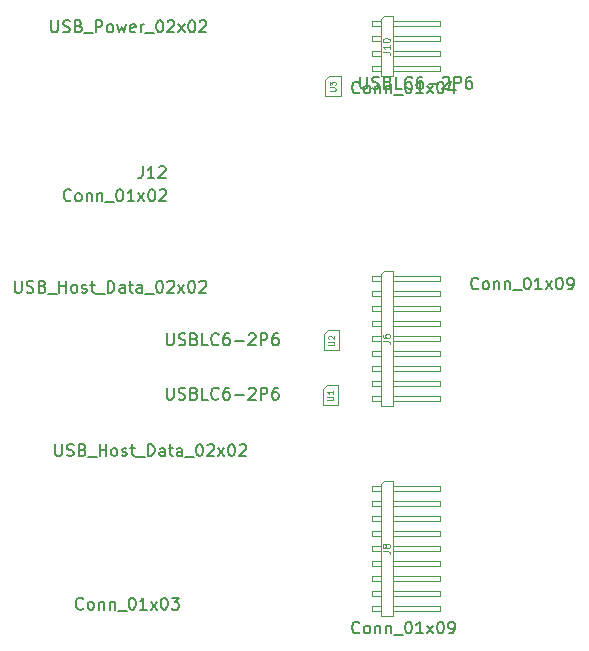
<source format=gbr>
G04 #@! TF.GenerationSoftware,KiCad,Pcbnew,7.0.11-7.0.11~ubuntu23.10.1*
G04 #@! TF.CreationDate,2024-06-17T23:23:06+02:00*
G04 #@! TF.ProjectId,Hardware_NanoPi_v7_ConnectorPlate,48617264-7761-4726-955f-4e616e6f5069,rev?*
G04 #@! TF.SameCoordinates,Original*
G04 #@! TF.FileFunction,AssemblyDrawing,Top*
%FSLAX46Y46*%
G04 Gerber Fmt 4.6, Leading zero omitted, Abs format (unit mm)*
G04 Created by KiCad (PCBNEW 7.0.11-7.0.11~ubuntu23.10.1) date 2024-06-17 23:23:06*
%MOMM*%
%LPD*%
G01*
G04 APERTURE LIST*
%ADD10C,0.150000*%
%ADD11C,0.075000*%
%ADD12C,0.090000*%
%ADD13C,0.100000*%
G04 APERTURE END LIST*
D10*
X-5614286Y26545181D02*
X-5614286Y25735658D01*
X-5614286Y25735658D02*
X-5566667Y25640420D01*
X-5566667Y25640420D02*
X-5519048Y25592800D01*
X-5519048Y25592800D02*
X-5423810Y25545181D01*
X-5423810Y25545181D02*
X-5233334Y25545181D01*
X-5233334Y25545181D02*
X-5138096Y25592800D01*
X-5138096Y25592800D02*
X-5090477Y25640420D01*
X-5090477Y25640420D02*
X-5042858Y25735658D01*
X-5042858Y25735658D02*
X-5042858Y26545181D01*
X-4614286Y25592800D02*
X-4471429Y25545181D01*
X-4471429Y25545181D02*
X-4233334Y25545181D01*
X-4233334Y25545181D02*
X-4138096Y25592800D01*
X-4138096Y25592800D02*
X-4090477Y25640420D01*
X-4090477Y25640420D02*
X-4042858Y25735658D01*
X-4042858Y25735658D02*
X-4042858Y25830896D01*
X-4042858Y25830896D02*
X-4090477Y25926134D01*
X-4090477Y25926134D02*
X-4138096Y25973753D01*
X-4138096Y25973753D02*
X-4233334Y26021372D01*
X-4233334Y26021372D02*
X-4423810Y26068991D01*
X-4423810Y26068991D02*
X-4519048Y26116610D01*
X-4519048Y26116610D02*
X-4566667Y26164229D01*
X-4566667Y26164229D02*
X-4614286Y26259467D01*
X-4614286Y26259467D02*
X-4614286Y26354705D01*
X-4614286Y26354705D02*
X-4566667Y26449943D01*
X-4566667Y26449943D02*
X-4519048Y26497562D01*
X-4519048Y26497562D02*
X-4423810Y26545181D01*
X-4423810Y26545181D02*
X-4185715Y26545181D01*
X-4185715Y26545181D02*
X-4042858Y26497562D01*
X-3280953Y26068991D02*
X-3138096Y26021372D01*
X-3138096Y26021372D02*
X-3090477Y25973753D01*
X-3090477Y25973753D02*
X-3042858Y25878515D01*
X-3042858Y25878515D02*
X-3042858Y25735658D01*
X-3042858Y25735658D02*
X-3090477Y25640420D01*
X-3090477Y25640420D02*
X-3138096Y25592800D01*
X-3138096Y25592800D02*
X-3233334Y25545181D01*
X-3233334Y25545181D02*
X-3614286Y25545181D01*
X-3614286Y25545181D02*
X-3614286Y26545181D01*
X-3614286Y26545181D02*
X-3280953Y26545181D01*
X-3280953Y26545181D02*
X-3185715Y26497562D01*
X-3185715Y26497562D02*
X-3138096Y26449943D01*
X-3138096Y26449943D02*
X-3090477Y26354705D01*
X-3090477Y26354705D02*
X-3090477Y26259467D01*
X-3090477Y26259467D02*
X-3138096Y26164229D01*
X-3138096Y26164229D02*
X-3185715Y26116610D01*
X-3185715Y26116610D02*
X-3280953Y26068991D01*
X-3280953Y26068991D02*
X-3614286Y26068991D01*
X-2138096Y25545181D02*
X-2614286Y25545181D01*
X-2614286Y25545181D02*
X-2614286Y26545181D01*
X-1233334Y25640420D02*
X-1280953Y25592800D01*
X-1280953Y25592800D02*
X-1423810Y25545181D01*
X-1423810Y25545181D02*
X-1519048Y25545181D01*
X-1519048Y25545181D02*
X-1661905Y25592800D01*
X-1661905Y25592800D02*
X-1757143Y25688039D01*
X-1757143Y25688039D02*
X-1804762Y25783277D01*
X-1804762Y25783277D02*
X-1852381Y25973753D01*
X-1852381Y25973753D02*
X-1852381Y26116610D01*
X-1852381Y26116610D02*
X-1804762Y26307086D01*
X-1804762Y26307086D02*
X-1757143Y26402324D01*
X-1757143Y26402324D02*
X-1661905Y26497562D01*
X-1661905Y26497562D02*
X-1519048Y26545181D01*
X-1519048Y26545181D02*
X-1423810Y26545181D01*
X-1423810Y26545181D02*
X-1280953Y26497562D01*
X-1280953Y26497562D02*
X-1233334Y26449943D01*
X-376191Y26545181D02*
X-566667Y26545181D01*
X-566667Y26545181D02*
X-661905Y26497562D01*
X-661905Y26497562D02*
X-709524Y26449943D01*
X-709524Y26449943D02*
X-804762Y26307086D01*
X-804762Y26307086D02*
X-852381Y26116610D01*
X-852381Y26116610D02*
X-852381Y25735658D01*
X-852381Y25735658D02*
X-804762Y25640420D01*
X-804762Y25640420D02*
X-757143Y25592800D01*
X-757143Y25592800D02*
X-661905Y25545181D01*
X-661905Y25545181D02*
X-471429Y25545181D01*
X-471429Y25545181D02*
X-376191Y25592800D01*
X-376191Y25592800D02*
X-328572Y25640420D01*
X-328572Y25640420D02*
X-280953Y25735658D01*
X-280953Y25735658D02*
X-280953Y25973753D01*
X-280953Y25973753D02*
X-328572Y26068991D01*
X-328572Y26068991D02*
X-376191Y26116610D01*
X-376191Y26116610D02*
X-471429Y26164229D01*
X-471429Y26164229D02*
X-661905Y26164229D01*
X-661905Y26164229D02*
X-757143Y26116610D01*
X-757143Y26116610D02*
X-804762Y26068991D01*
X-804762Y26068991D02*
X-852381Y25973753D01*
X147619Y25926134D02*
X909524Y25926134D01*
X1338095Y26449943D02*
X1385714Y26497562D01*
X1385714Y26497562D02*
X1480952Y26545181D01*
X1480952Y26545181D02*
X1719047Y26545181D01*
X1719047Y26545181D02*
X1814285Y26497562D01*
X1814285Y26497562D02*
X1861904Y26449943D01*
X1861904Y26449943D02*
X1909523Y26354705D01*
X1909523Y26354705D02*
X1909523Y26259467D01*
X1909523Y26259467D02*
X1861904Y26116610D01*
X1861904Y26116610D02*
X1290476Y25545181D01*
X1290476Y25545181D02*
X1909523Y25545181D01*
X2338095Y25545181D02*
X2338095Y26545181D01*
X2338095Y26545181D02*
X2719047Y26545181D01*
X2719047Y26545181D02*
X2814285Y26497562D01*
X2814285Y26497562D02*
X2861904Y26449943D01*
X2861904Y26449943D02*
X2909523Y26354705D01*
X2909523Y26354705D02*
X2909523Y26211848D01*
X2909523Y26211848D02*
X2861904Y26116610D01*
X2861904Y26116610D02*
X2814285Y26068991D01*
X2814285Y26068991D02*
X2719047Y26021372D01*
X2719047Y26021372D02*
X2338095Y26021372D01*
X3766666Y26545181D02*
X3576190Y26545181D01*
X3576190Y26545181D02*
X3480952Y26497562D01*
X3480952Y26497562D02*
X3433333Y26449943D01*
X3433333Y26449943D02*
X3338095Y26307086D01*
X3338095Y26307086D02*
X3290476Y26116610D01*
X3290476Y26116610D02*
X3290476Y25735658D01*
X3290476Y25735658D02*
X3338095Y25640420D01*
X3338095Y25640420D02*
X3385714Y25592800D01*
X3385714Y25592800D02*
X3480952Y25545181D01*
X3480952Y25545181D02*
X3671428Y25545181D01*
X3671428Y25545181D02*
X3766666Y25592800D01*
X3766666Y25592800D02*
X3814285Y25640420D01*
X3814285Y25640420D02*
X3861904Y25735658D01*
X3861904Y25735658D02*
X3861904Y25973753D01*
X3861904Y25973753D02*
X3814285Y26068991D01*
X3814285Y26068991D02*
X3766666Y26116610D01*
X3766666Y26116610D02*
X3671428Y26164229D01*
X3671428Y26164229D02*
X3480952Y26164229D01*
X3480952Y26164229D02*
X3385714Y26116610D01*
X3385714Y26116610D02*
X3338095Y26068991D01*
X3338095Y26068991D02*
X3290476Y25973753D01*
D11*
X8077409Y25569048D02*
X8482171Y25569048D01*
X8482171Y25569048D02*
X8529790Y25592858D01*
X8529790Y25592858D02*
X8553600Y25616667D01*
X8553600Y25616667D02*
X8577409Y25664286D01*
X8577409Y25664286D02*
X8577409Y25759524D01*
X8577409Y25759524D02*
X8553600Y25807143D01*
X8553600Y25807143D02*
X8529790Y25830953D01*
X8529790Y25830953D02*
X8482171Y25854762D01*
X8482171Y25854762D02*
X8077409Y25854762D01*
X8125028Y26069049D02*
X8101219Y26092858D01*
X8101219Y26092858D02*
X8077409Y26140477D01*
X8077409Y26140477D02*
X8077409Y26259525D01*
X8077409Y26259525D02*
X8101219Y26307144D01*
X8101219Y26307144D02*
X8125028Y26330953D01*
X8125028Y26330953D02*
X8172647Y26354763D01*
X8172647Y26354763D02*
X8220266Y26354763D01*
X8220266Y26354763D02*
X8291695Y26330953D01*
X8291695Y26330953D02*
X8577409Y26045239D01*
X8577409Y26045239D02*
X8577409Y26354763D01*
D10*
X10694404Y46955420D02*
X10646785Y46907800D01*
X10646785Y46907800D02*
X10503928Y46860181D01*
X10503928Y46860181D02*
X10408690Y46860181D01*
X10408690Y46860181D02*
X10265833Y46907800D01*
X10265833Y46907800D02*
X10170595Y47003039D01*
X10170595Y47003039D02*
X10122976Y47098277D01*
X10122976Y47098277D02*
X10075357Y47288753D01*
X10075357Y47288753D02*
X10075357Y47431610D01*
X10075357Y47431610D02*
X10122976Y47622086D01*
X10122976Y47622086D02*
X10170595Y47717324D01*
X10170595Y47717324D02*
X10265833Y47812562D01*
X10265833Y47812562D02*
X10408690Y47860181D01*
X10408690Y47860181D02*
X10503928Y47860181D01*
X10503928Y47860181D02*
X10646785Y47812562D01*
X10646785Y47812562D02*
X10694404Y47764943D01*
X11265833Y46860181D02*
X11170595Y46907800D01*
X11170595Y46907800D02*
X11122976Y46955420D01*
X11122976Y46955420D02*
X11075357Y47050658D01*
X11075357Y47050658D02*
X11075357Y47336372D01*
X11075357Y47336372D02*
X11122976Y47431610D01*
X11122976Y47431610D02*
X11170595Y47479229D01*
X11170595Y47479229D02*
X11265833Y47526848D01*
X11265833Y47526848D02*
X11408690Y47526848D01*
X11408690Y47526848D02*
X11503928Y47479229D01*
X11503928Y47479229D02*
X11551547Y47431610D01*
X11551547Y47431610D02*
X11599166Y47336372D01*
X11599166Y47336372D02*
X11599166Y47050658D01*
X11599166Y47050658D02*
X11551547Y46955420D01*
X11551547Y46955420D02*
X11503928Y46907800D01*
X11503928Y46907800D02*
X11408690Y46860181D01*
X11408690Y46860181D02*
X11265833Y46860181D01*
X12027738Y47526848D02*
X12027738Y46860181D01*
X12027738Y47431610D02*
X12075357Y47479229D01*
X12075357Y47479229D02*
X12170595Y47526848D01*
X12170595Y47526848D02*
X12313452Y47526848D01*
X12313452Y47526848D02*
X12408690Y47479229D01*
X12408690Y47479229D02*
X12456309Y47383991D01*
X12456309Y47383991D02*
X12456309Y46860181D01*
X12932500Y47526848D02*
X12932500Y46860181D01*
X12932500Y47431610D02*
X12980119Y47479229D01*
X12980119Y47479229D02*
X13075357Y47526848D01*
X13075357Y47526848D02*
X13218214Y47526848D01*
X13218214Y47526848D02*
X13313452Y47479229D01*
X13313452Y47479229D02*
X13361071Y47383991D01*
X13361071Y47383991D02*
X13361071Y46860181D01*
X13599167Y46764943D02*
X14361071Y46764943D01*
X14789643Y47860181D02*
X14884881Y47860181D01*
X14884881Y47860181D02*
X14980119Y47812562D01*
X14980119Y47812562D02*
X15027738Y47764943D01*
X15027738Y47764943D02*
X15075357Y47669705D01*
X15075357Y47669705D02*
X15122976Y47479229D01*
X15122976Y47479229D02*
X15122976Y47241134D01*
X15122976Y47241134D02*
X15075357Y47050658D01*
X15075357Y47050658D02*
X15027738Y46955420D01*
X15027738Y46955420D02*
X14980119Y46907800D01*
X14980119Y46907800D02*
X14884881Y46860181D01*
X14884881Y46860181D02*
X14789643Y46860181D01*
X14789643Y46860181D02*
X14694405Y46907800D01*
X14694405Y46907800D02*
X14646786Y46955420D01*
X14646786Y46955420D02*
X14599167Y47050658D01*
X14599167Y47050658D02*
X14551548Y47241134D01*
X14551548Y47241134D02*
X14551548Y47479229D01*
X14551548Y47479229D02*
X14599167Y47669705D01*
X14599167Y47669705D02*
X14646786Y47764943D01*
X14646786Y47764943D02*
X14694405Y47812562D01*
X14694405Y47812562D02*
X14789643Y47860181D01*
X16075357Y46860181D02*
X15503929Y46860181D01*
X15789643Y46860181D02*
X15789643Y47860181D01*
X15789643Y47860181D02*
X15694405Y47717324D01*
X15694405Y47717324D02*
X15599167Y47622086D01*
X15599167Y47622086D02*
X15503929Y47574467D01*
X16408691Y46860181D02*
X16932500Y47526848D01*
X16408691Y47526848D02*
X16932500Y46860181D01*
X17503929Y47860181D02*
X17599167Y47860181D01*
X17599167Y47860181D02*
X17694405Y47812562D01*
X17694405Y47812562D02*
X17742024Y47764943D01*
X17742024Y47764943D02*
X17789643Y47669705D01*
X17789643Y47669705D02*
X17837262Y47479229D01*
X17837262Y47479229D02*
X17837262Y47241134D01*
X17837262Y47241134D02*
X17789643Y47050658D01*
X17789643Y47050658D02*
X17742024Y46955420D01*
X17742024Y46955420D02*
X17694405Y46907800D01*
X17694405Y46907800D02*
X17599167Y46860181D01*
X17599167Y46860181D02*
X17503929Y46860181D01*
X17503929Y46860181D02*
X17408691Y46907800D01*
X17408691Y46907800D02*
X17361072Y46955420D01*
X17361072Y46955420D02*
X17313453Y47050658D01*
X17313453Y47050658D02*
X17265834Y47241134D01*
X17265834Y47241134D02*
X17265834Y47479229D01*
X17265834Y47479229D02*
X17313453Y47669705D01*
X17313453Y47669705D02*
X17361072Y47764943D01*
X17361072Y47764943D02*
X17408691Y47812562D01*
X17408691Y47812562D02*
X17503929Y47860181D01*
X18694405Y47526848D02*
X18694405Y46860181D01*
X18456310Y47907800D02*
X18218215Y47193515D01*
X18218215Y47193515D02*
X18837262Y47193515D01*
D12*
X12672891Y50369286D02*
X13101462Y50369286D01*
X13101462Y50369286D02*
X13187177Y50340715D01*
X13187177Y50340715D02*
X13244320Y50283572D01*
X13244320Y50283572D02*
X13272891Y50197858D01*
X13272891Y50197858D02*
X13272891Y50140715D01*
X13272891Y50969286D02*
X13272891Y50626429D01*
X13272891Y50797858D02*
X12672891Y50797858D01*
X12672891Y50797858D02*
X12758605Y50740715D01*
X12758605Y50740715D02*
X12815748Y50683572D01*
X12815748Y50683572D02*
X12844320Y50626429D01*
X12672891Y51340715D02*
X12672891Y51397858D01*
X12672891Y51397858D02*
X12701462Y51455001D01*
X12701462Y51455001D02*
X12730034Y51483572D01*
X12730034Y51483572D02*
X12787177Y51512144D01*
X12787177Y51512144D02*
X12901462Y51540715D01*
X12901462Y51540715D02*
X13044320Y51540715D01*
X13044320Y51540715D02*
X13158605Y51512144D01*
X13158605Y51512144D02*
X13215748Y51483572D01*
X13215748Y51483572D02*
X13244320Y51455001D01*
X13244320Y51455001D02*
X13272891Y51397858D01*
X13272891Y51397858D02*
X13272891Y51340715D01*
X13272891Y51340715D02*
X13244320Y51283572D01*
X13244320Y51283572D02*
X13215748Y51255001D01*
X13215748Y51255001D02*
X13158605Y51226430D01*
X13158605Y51226430D02*
X13044320Y51197858D01*
X13044320Y51197858D02*
X12901462Y51197858D01*
X12901462Y51197858D02*
X12787177Y51226430D01*
X12787177Y51226430D02*
X12730034Y51255001D01*
X12730034Y51255001D02*
X12701462Y51283572D01*
X12701462Y51283572D02*
X12672891Y51340715D01*
D10*
X-5614286Y21945181D02*
X-5614286Y21135658D01*
X-5614286Y21135658D02*
X-5566667Y21040420D01*
X-5566667Y21040420D02*
X-5519048Y20992800D01*
X-5519048Y20992800D02*
X-5423810Y20945181D01*
X-5423810Y20945181D02*
X-5233334Y20945181D01*
X-5233334Y20945181D02*
X-5138096Y20992800D01*
X-5138096Y20992800D02*
X-5090477Y21040420D01*
X-5090477Y21040420D02*
X-5042858Y21135658D01*
X-5042858Y21135658D02*
X-5042858Y21945181D01*
X-4614286Y20992800D02*
X-4471429Y20945181D01*
X-4471429Y20945181D02*
X-4233334Y20945181D01*
X-4233334Y20945181D02*
X-4138096Y20992800D01*
X-4138096Y20992800D02*
X-4090477Y21040420D01*
X-4090477Y21040420D02*
X-4042858Y21135658D01*
X-4042858Y21135658D02*
X-4042858Y21230896D01*
X-4042858Y21230896D02*
X-4090477Y21326134D01*
X-4090477Y21326134D02*
X-4138096Y21373753D01*
X-4138096Y21373753D02*
X-4233334Y21421372D01*
X-4233334Y21421372D02*
X-4423810Y21468991D01*
X-4423810Y21468991D02*
X-4519048Y21516610D01*
X-4519048Y21516610D02*
X-4566667Y21564229D01*
X-4566667Y21564229D02*
X-4614286Y21659467D01*
X-4614286Y21659467D02*
X-4614286Y21754705D01*
X-4614286Y21754705D02*
X-4566667Y21849943D01*
X-4566667Y21849943D02*
X-4519048Y21897562D01*
X-4519048Y21897562D02*
X-4423810Y21945181D01*
X-4423810Y21945181D02*
X-4185715Y21945181D01*
X-4185715Y21945181D02*
X-4042858Y21897562D01*
X-3280953Y21468991D02*
X-3138096Y21421372D01*
X-3138096Y21421372D02*
X-3090477Y21373753D01*
X-3090477Y21373753D02*
X-3042858Y21278515D01*
X-3042858Y21278515D02*
X-3042858Y21135658D01*
X-3042858Y21135658D02*
X-3090477Y21040420D01*
X-3090477Y21040420D02*
X-3138096Y20992800D01*
X-3138096Y20992800D02*
X-3233334Y20945181D01*
X-3233334Y20945181D02*
X-3614286Y20945181D01*
X-3614286Y20945181D02*
X-3614286Y21945181D01*
X-3614286Y21945181D02*
X-3280953Y21945181D01*
X-3280953Y21945181D02*
X-3185715Y21897562D01*
X-3185715Y21897562D02*
X-3138096Y21849943D01*
X-3138096Y21849943D02*
X-3090477Y21754705D01*
X-3090477Y21754705D02*
X-3090477Y21659467D01*
X-3090477Y21659467D02*
X-3138096Y21564229D01*
X-3138096Y21564229D02*
X-3185715Y21516610D01*
X-3185715Y21516610D02*
X-3280953Y21468991D01*
X-3280953Y21468991D02*
X-3614286Y21468991D01*
X-2138096Y20945181D02*
X-2614286Y20945181D01*
X-2614286Y20945181D02*
X-2614286Y21945181D01*
X-1233334Y21040420D02*
X-1280953Y20992800D01*
X-1280953Y20992800D02*
X-1423810Y20945181D01*
X-1423810Y20945181D02*
X-1519048Y20945181D01*
X-1519048Y20945181D02*
X-1661905Y20992800D01*
X-1661905Y20992800D02*
X-1757143Y21088039D01*
X-1757143Y21088039D02*
X-1804762Y21183277D01*
X-1804762Y21183277D02*
X-1852381Y21373753D01*
X-1852381Y21373753D02*
X-1852381Y21516610D01*
X-1852381Y21516610D02*
X-1804762Y21707086D01*
X-1804762Y21707086D02*
X-1757143Y21802324D01*
X-1757143Y21802324D02*
X-1661905Y21897562D01*
X-1661905Y21897562D02*
X-1519048Y21945181D01*
X-1519048Y21945181D02*
X-1423810Y21945181D01*
X-1423810Y21945181D02*
X-1280953Y21897562D01*
X-1280953Y21897562D02*
X-1233334Y21849943D01*
X-376191Y21945181D02*
X-566667Y21945181D01*
X-566667Y21945181D02*
X-661905Y21897562D01*
X-661905Y21897562D02*
X-709524Y21849943D01*
X-709524Y21849943D02*
X-804762Y21707086D01*
X-804762Y21707086D02*
X-852381Y21516610D01*
X-852381Y21516610D02*
X-852381Y21135658D01*
X-852381Y21135658D02*
X-804762Y21040420D01*
X-804762Y21040420D02*
X-757143Y20992800D01*
X-757143Y20992800D02*
X-661905Y20945181D01*
X-661905Y20945181D02*
X-471429Y20945181D01*
X-471429Y20945181D02*
X-376191Y20992800D01*
X-376191Y20992800D02*
X-328572Y21040420D01*
X-328572Y21040420D02*
X-280953Y21135658D01*
X-280953Y21135658D02*
X-280953Y21373753D01*
X-280953Y21373753D02*
X-328572Y21468991D01*
X-328572Y21468991D02*
X-376191Y21516610D01*
X-376191Y21516610D02*
X-471429Y21564229D01*
X-471429Y21564229D02*
X-661905Y21564229D01*
X-661905Y21564229D02*
X-757143Y21516610D01*
X-757143Y21516610D02*
X-804762Y21468991D01*
X-804762Y21468991D02*
X-852381Y21373753D01*
X147619Y21326134D02*
X909524Y21326134D01*
X1338095Y21849943D02*
X1385714Y21897562D01*
X1385714Y21897562D02*
X1480952Y21945181D01*
X1480952Y21945181D02*
X1719047Y21945181D01*
X1719047Y21945181D02*
X1814285Y21897562D01*
X1814285Y21897562D02*
X1861904Y21849943D01*
X1861904Y21849943D02*
X1909523Y21754705D01*
X1909523Y21754705D02*
X1909523Y21659467D01*
X1909523Y21659467D02*
X1861904Y21516610D01*
X1861904Y21516610D02*
X1290476Y20945181D01*
X1290476Y20945181D02*
X1909523Y20945181D01*
X2338095Y20945181D02*
X2338095Y21945181D01*
X2338095Y21945181D02*
X2719047Y21945181D01*
X2719047Y21945181D02*
X2814285Y21897562D01*
X2814285Y21897562D02*
X2861904Y21849943D01*
X2861904Y21849943D02*
X2909523Y21754705D01*
X2909523Y21754705D02*
X2909523Y21611848D01*
X2909523Y21611848D02*
X2861904Y21516610D01*
X2861904Y21516610D02*
X2814285Y21468991D01*
X2814285Y21468991D02*
X2719047Y21421372D01*
X2719047Y21421372D02*
X2338095Y21421372D01*
X3766666Y21945181D02*
X3576190Y21945181D01*
X3576190Y21945181D02*
X3480952Y21897562D01*
X3480952Y21897562D02*
X3433333Y21849943D01*
X3433333Y21849943D02*
X3338095Y21707086D01*
X3338095Y21707086D02*
X3290476Y21516610D01*
X3290476Y21516610D02*
X3290476Y21135658D01*
X3290476Y21135658D02*
X3338095Y21040420D01*
X3338095Y21040420D02*
X3385714Y20992800D01*
X3385714Y20992800D02*
X3480952Y20945181D01*
X3480952Y20945181D02*
X3671428Y20945181D01*
X3671428Y20945181D02*
X3766666Y20992800D01*
X3766666Y20992800D02*
X3814285Y21040420D01*
X3814285Y21040420D02*
X3861904Y21135658D01*
X3861904Y21135658D02*
X3861904Y21373753D01*
X3861904Y21373753D02*
X3814285Y21468991D01*
X3814285Y21468991D02*
X3766666Y21516610D01*
X3766666Y21516610D02*
X3671428Y21564229D01*
X3671428Y21564229D02*
X3480952Y21564229D01*
X3480952Y21564229D02*
X3385714Y21516610D01*
X3385714Y21516610D02*
X3338095Y21468991D01*
X3338095Y21468991D02*
X3290476Y21373753D01*
D11*
X7977409Y20919048D02*
X8382171Y20919048D01*
X8382171Y20919048D02*
X8429790Y20942858D01*
X8429790Y20942858D02*
X8453600Y20966667D01*
X8453600Y20966667D02*
X8477409Y21014286D01*
X8477409Y21014286D02*
X8477409Y21109524D01*
X8477409Y21109524D02*
X8453600Y21157143D01*
X8453600Y21157143D02*
X8429790Y21180953D01*
X8429790Y21180953D02*
X8382171Y21204762D01*
X8382171Y21204762D02*
X7977409Y21204762D01*
X8477409Y21704763D02*
X8477409Y21419049D01*
X8477409Y21561906D02*
X7977409Y21561906D01*
X7977409Y21561906D02*
X8048838Y21514287D01*
X8048838Y21514287D02*
X8096457Y21466668D01*
X8096457Y21466668D02*
X8120266Y21419049D01*
D10*
X10785714Y48270181D02*
X10785714Y47460658D01*
X10785714Y47460658D02*
X10833333Y47365420D01*
X10833333Y47365420D02*
X10880952Y47317800D01*
X10880952Y47317800D02*
X10976190Y47270181D01*
X10976190Y47270181D02*
X11166666Y47270181D01*
X11166666Y47270181D02*
X11261904Y47317800D01*
X11261904Y47317800D02*
X11309523Y47365420D01*
X11309523Y47365420D02*
X11357142Y47460658D01*
X11357142Y47460658D02*
X11357142Y48270181D01*
X11785714Y47317800D02*
X11928571Y47270181D01*
X11928571Y47270181D02*
X12166666Y47270181D01*
X12166666Y47270181D02*
X12261904Y47317800D01*
X12261904Y47317800D02*
X12309523Y47365420D01*
X12309523Y47365420D02*
X12357142Y47460658D01*
X12357142Y47460658D02*
X12357142Y47555896D01*
X12357142Y47555896D02*
X12309523Y47651134D01*
X12309523Y47651134D02*
X12261904Y47698753D01*
X12261904Y47698753D02*
X12166666Y47746372D01*
X12166666Y47746372D02*
X11976190Y47793991D01*
X11976190Y47793991D02*
X11880952Y47841610D01*
X11880952Y47841610D02*
X11833333Y47889229D01*
X11833333Y47889229D02*
X11785714Y47984467D01*
X11785714Y47984467D02*
X11785714Y48079705D01*
X11785714Y48079705D02*
X11833333Y48174943D01*
X11833333Y48174943D02*
X11880952Y48222562D01*
X11880952Y48222562D02*
X11976190Y48270181D01*
X11976190Y48270181D02*
X12214285Y48270181D01*
X12214285Y48270181D02*
X12357142Y48222562D01*
X13119047Y47793991D02*
X13261904Y47746372D01*
X13261904Y47746372D02*
X13309523Y47698753D01*
X13309523Y47698753D02*
X13357142Y47603515D01*
X13357142Y47603515D02*
X13357142Y47460658D01*
X13357142Y47460658D02*
X13309523Y47365420D01*
X13309523Y47365420D02*
X13261904Y47317800D01*
X13261904Y47317800D02*
X13166666Y47270181D01*
X13166666Y47270181D02*
X12785714Y47270181D01*
X12785714Y47270181D02*
X12785714Y48270181D01*
X12785714Y48270181D02*
X13119047Y48270181D01*
X13119047Y48270181D02*
X13214285Y48222562D01*
X13214285Y48222562D02*
X13261904Y48174943D01*
X13261904Y48174943D02*
X13309523Y48079705D01*
X13309523Y48079705D02*
X13309523Y47984467D01*
X13309523Y47984467D02*
X13261904Y47889229D01*
X13261904Y47889229D02*
X13214285Y47841610D01*
X13214285Y47841610D02*
X13119047Y47793991D01*
X13119047Y47793991D02*
X12785714Y47793991D01*
X14261904Y47270181D02*
X13785714Y47270181D01*
X13785714Y47270181D02*
X13785714Y48270181D01*
X15166666Y47365420D02*
X15119047Y47317800D01*
X15119047Y47317800D02*
X14976190Y47270181D01*
X14976190Y47270181D02*
X14880952Y47270181D01*
X14880952Y47270181D02*
X14738095Y47317800D01*
X14738095Y47317800D02*
X14642857Y47413039D01*
X14642857Y47413039D02*
X14595238Y47508277D01*
X14595238Y47508277D02*
X14547619Y47698753D01*
X14547619Y47698753D02*
X14547619Y47841610D01*
X14547619Y47841610D02*
X14595238Y48032086D01*
X14595238Y48032086D02*
X14642857Y48127324D01*
X14642857Y48127324D02*
X14738095Y48222562D01*
X14738095Y48222562D02*
X14880952Y48270181D01*
X14880952Y48270181D02*
X14976190Y48270181D01*
X14976190Y48270181D02*
X15119047Y48222562D01*
X15119047Y48222562D02*
X15166666Y48174943D01*
X16023809Y48270181D02*
X15833333Y48270181D01*
X15833333Y48270181D02*
X15738095Y48222562D01*
X15738095Y48222562D02*
X15690476Y48174943D01*
X15690476Y48174943D02*
X15595238Y48032086D01*
X15595238Y48032086D02*
X15547619Y47841610D01*
X15547619Y47841610D02*
X15547619Y47460658D01*
X15547619Y47460658D02*
X15595238Y47365420D01*
X15595238Y47365420D02*
X15642857Y47317800D01*
X15642857Y47317800D02*
X15738095Y47270181D01*
X15738095Y47270181D02*
X15928571Y47270181D01*
X15928571Y47270181D02*
X16023809Y47317800D01*
X16023809Y47317800D02*
X16071428Y47365420D01*
X16071428Y47365420D02*
X16119047Y47460658D01*
X16119047Y47460658D02*
X16119047Y47698753D01*
X16119047Y47698753D02*
X16071428Y47793991D01*
X16071428Y47793991D02*
X16023809Y47841610D01*
X16023809Y47841610D02*
X15928571Y47889229D01*
X15928571Y47889229D02*
X15738095Y47889229D01*
X15738095Y47889229D02*
X15642857Y47841610D01*
X15642857Y47841610D02*
X15595238Y47793991D01*
X15595238Y47793991D02*
X15547619Y47698753D01*
X16547619Y47651134D02*
X17309524Y47651134D01*
X17738095Y48174943D02*
X17785714Y48222562D01*
X17785714Y48222562D02*
X17880952Y48270181D01*
X17880952Y48270181D02*
X18119047Y48270181D01*
X18119047Y48270181D02*
X18214285Y48222562D01*
X18214285Y48222562D02*
X18261904Y48174943D01*
X18261904Y48174943D02*
X18309523Y48079705D01*
X18309523Y48079705D02*
X18309523Y47984467D01*
X18309523Y47984467D02*
X18261904Y47841610D01*
X18261904Y47841610D02*
X17690476Y47270181D01*
X17690476Y47270181D02*
X18309523Y47270181D01*
X18738095Y47270181D02*
X18738095Y48270181D01*
X18738095Y48270181D02*
X19119047Y48270181D01*
X19119047Y48270181D02*
X19214285Y48222562D01*
X19214285Y48222562D02*
X19261904Y48174943D01*
X19261904Y48174943D02*
X19309523Y48079705D01*
X19309523Y48079705D02*
X19309523Y47936848D01*
X19309523Y47936848D02*
X19261904Y47841610D01*
X19261904Y47841610D02*
X19214285Y47793991D01*
X19214285Y47793991D02*
X19119047Y47746372D01*
X19119047Y47746372D02*
X18738095Y47746372D01*
X20166666Y48270181D02*
X19976190Y48270181D01*
X19976190Y48270181D02*
X19880952Y48222562D01*
X19880952Y48222562D02*
X19833333Y48174943D01*
X19833333Y48174943D02*
X19738095Y48032086D01*
X19738095Y48032086D02*
X19690476Y47841610D01*
X19690476Y47841610D02*
X19690476Y47460658D01*
X19690476Y47460658D02*
X19738095Y47365420D01*
X19738095Y47365420D02*
X19785714Y47317800D01*
X19785714Y47317800D02*
X19880952Y47270181D01*
X19880952Y47270181D02*
X20071428Y47270181D01*
X20071428Y47270181D02*
X20166666Y47317800D01*
X20166666Y47317800D02*
X20214285Y47365420D01*
X20214285Y47365420D02*
X20261904Y47460658D01*
X20261904Y47460658D02*
X20261904Y47698753D01*
X20261904Y47698753D02*
X20214285Y47793991D01*
X20214285Y47793991D02*
X20166666Y47841610D01*
X20166666Y47841610D02*
X20071428Y47889229D01*
X20071428Y47889229D02*
X19880952Y47889229D01*
X19880952Y47889229D02*
X19785714Y47841610D01*
X19785714Y47841610D02*
X19738095Y47793991D01*
X19738095Y47793991D02*
X19690476Y47698753D01*
D11*
X8177409Y47081548D02*
X8582171Y47081548D01*
X8582171Y47081548D02*
X8629790Y47105358D01*
X8629790Y47105358D02*
X8653600Y47129167D01*
X8653600Y47129167D02*
X8677409Y47176786D01*
X8677409Y47176786D02*
X8677409Y47272024D01*
X8677409Y47272024D02*
X8653600Y47319643D01*
X8653600Y47319643D02*
X8629790Y47343453D01*
X8629790Y47343453D02*
X8582171Y47367262D01*
X8582171Y47367262D02*
X8177409Y47367262D01*
X8177409Y47557739D02*
X8177409Y47867263D01*
X8177409Y47867263D02*
X8367885Y47700596D01*
X8367885Y47700596D02*
X8367885Y47772025D01*
X8367885Y47772025D02*
X8391695Y47819644D01*
X8391695Y47819644D02*
X8415504Y47843453D01*
X8415504Y47843453D02*
X8463123Y47867263D01*
X8463123Y47867263D02*
X8582171Y47867263D01*
X8582171Y47867263D02*
X8629790Y47843453D01*
X8629790Y47843453D02*
X8653600Y47819644D01*
X8653600Y47819644D02*
X8677409Y47772025D01*
X8677409Y47772025D02*
X8677409Y47629168D01*
X8677409Y47629168D02*
X8653600Y47581549D01*
X8653600Y47581549D02*
X8629790Y47557739D01*
D10*
X20761904Y30370420D02*
X20714285Y30322800D01*
X20714285Y30322800D02*
X20571428Y30275181D01*
X20571428Y30275181D02*
X20476190Y30275181D01*
X20476190Y30275181D02*
X20333333Y30322800D01*
X20333333Y30322800D02*
X20238095Y30418039D01*
X20238095Y30418039D02*
X20190476Y30513277D01*
X20190476Y30513277D02*
X20142857Y30703753D01*
X20142857Y30703753D02*
X20142857Y30846610D01*
X20142857Y30846610D02*
X20190476Y31037086D01*
X20190476Y31037086D02*
X20238095Y31132324D01*
X20238095Y31132324D02*
X20333333Y31227562D01*
X20333333Y31227562D02*
X20476190Y31275181D01*
X20476190Y31275181D02*
X20571428Y31275181D01*
X20571428Y31275181D02*
X20714285Y31227562D01*
X20714285Y31227562D02*
X20761904Y31179943D01*
X21333333Y30275181D02*
X21238095Y30322800D01*
X21238095Y30322800D02*
X21190476Y30370420D01*
X21190476Y30370420D02*
X21142857Y30465658D01*
X21142857Y30465658D02*
X21142857Y30751372D01*
X21142857Y30751372D02*
X21190476Y30846610D01*
X21190476Y30846610D02*
X21238095Y30894229D01*
X21238095Y30894229D02*
X21333333Y30941848D01*
X21333333Y30941848D02*
X21476190Y30941848D01*
X21476190Y30941848D02*
X21571428Y30894229D01*
X21571428Y30894229D02*
X21619047Y30846610D01*
X21619047Y30846610D02*
X21666666Y30751372D01*
X21666666Y30751372D02*
X21666666Y30465658D01*
X21666666Y30465658D02*
X21619047Y30370420D01*
X21619047Y30370420D02*
X21571428Y30322800D01*
X21571428Y30322800D02*
X21476190Y30275181D01*
X21476190Y30275181D02*
X21333333Y30275181D01*
X22095238Y30941848D02*
X22095238Y30275181D01*
X22095238Y30846610D02*
X22142857Y30894229D01*
X22142857Y30894229D02*
X22238095Y30941848D01*
X22238095Y30941848D02*
X22380952Y30941848D01*
X22380952Y30941848D02*
X22476190Y30894229D01*
X22476190Y30894229D02*
X22523809Y30798991D01*
X22523809Y30798991D02*
X22523809Y30275181D01*
X23000000Y30941848D02*
X23000000Y30275181D01*
X23000000Y30846610D02*
X23047619Y30894229D01*
X23047619Y30894229D02*
X23142857Y30941848D01*
X23142857Y30941848D02*
X23285714Y30941848D01*
X23285714Y30941848D02*
X23380952Y30894229D01*
X23380952Y30894229D02*
X23428571Y30798991D01*
X23428571Y30798991D02*
X23428571Y30275181D01*
X23666667Y30179943D02*
X24428571Y30179943D01*
X24857143Y31275181D02*
X24952381Y31275181D01*
X24952381Y31275181D02*
X25047619Y31227562D01*
X25047619Y31227562D02*
X25095238Y31179943D01*
X25095238Y31179943D02*
X25142857Y31084705D01*
X25142857Y31084705D02*
X25190476Y30894229D01*
X25190476Y30894229D02*
X25190476Y30656134D01*
X25190476Y30656134D02*
X25142857Y30465658D01*
X25142857Y30465658D02*
X25095238Y30370420D01*
X25095238Y30370420D02*
X25047619Y30322800D01*
X25047619Y30322800D02*
X24952381Y30275181D01*
X24952381Y30275181D02*
X24857143Y30275181D01*
X24857143Y30275181D02*
X24761905Y30322800D01*
X24761905Y30322800D02*
X24714286Y30370420D01*
X24714286Y30370420D02*
X24666667Y30465658D01*
X24666667Y30465658D02*
X24619048Y30656134D01*
X24619048Y30656134D02*
X24619048Y30894229D01*
X24619048Y30894229D02*
X24666667Y31084705D01*
X24666667Y31084705D02*
X24714286Y31179943D01*
X24714286Y31179943D02*
X24761905Y31227562D01*
X24761905Y31227562D02*
X24857143Y31275181D01*
X26142857Y30275181D02*
X25571429Y30275181D01*
X25857143Y30275181D02*
X25857143Y31275181D01*
X25857143Y31275181D02*
X25761905Y31132324D01*
X25761905Y31132324D02*
X25666667Y31037086D01*
X25666667Y31037086D02*
X25571429Y30989467D01*
X26476191Y30275181D02*
X27000000Y30941848D01*
X26476191Y30941848D02*
X27000000Y30275181D01*
X27571429Y31275181D02*
X27666667Y31275181D01*
X27666667Y31275181D02*
X27761905Y31227562D01*
X27761905Y31227562D02*
X27809524Y31179943D01*
X27809524Y31179943D02*
X27857143Y31084705D01*
X27857143Y31084705D02*
X27904762Y30894229D01*
X27904762Y30894229D02*
X27904762Y30656134D01*
X27904762Y30656134D02*
X27857143Y30465658D01*
X27857143Y30465658D02*
X27809524Y30370420D01*
X27809524Y30370420D02*
X27761905Y30322800D01*
X27761905Y30322800D02*
X27666667Y30275181D01*
X27666667Y30275181D02*
X27571429Y30275181D01*
X27571429Y30275181D02*
X27476191Y30322800D01*
X27476191Y30322800D02*
X27428572Y30370420D01*
X27428572Y30370420D02*
X27380953Y30465658D01*
X27380953Y30465658D02*
X27333334Y30656134D01*
X27333334Y30656134D02*
X27333334Y30894229D01*
X27333334Y30894229D02*
X27380953Y31084705D01*
X27380953Y31084705D02*
X27428572Y31179943D01*
X27428572Y31179943D02*
X27476191Y31227562D01*
X27476191Y31227562D02*
X27571429Y31275181D01*
X28380953Y30275181D02*
X28571429Y30275181D01*
X28571429Y30275181D02*
X28666667Y30322800D01*
X28666667Y30322800D02*
X28714286Y30370420D01*
X28714286Y30370420D02*
X28809524Y30513277D01*
X28809524Y30513277D02*
X28857143Y30703753D01*
X28857143Y30703753D02*
X28857143Y31084705D01*
X28857143Y31084705D02*
X28809524Y31179943D01*
X28809524Y31179943D02*
X28761905Y31227562D01*
X28761905Y31227562D02*
X28666667Y31275181D01*
X28666667Y31275181D02*
X28476191Y31275181D01*
X28476191Y31275181D02*
X28380953Y31227562D01*
X28380953Y31227562D02*
X28333334Y31179943D01*
X28333334Y31179943D02*
X28285715Y31084705D01*
X28285715Y31084705D02*
X28285715Y30846610D01*
X28285715Y30846610D02*
X28333334Y30751372D01*
X28333334Y30751372D02*
X28380953Y30703753D01*
X28380953Y30703753D02*
X28476191Y30656134D01*
X28476191Y30656134D02*
X28666667Y30656134D01*
X28666667Y30656134D02*
X28761905Y30703753D01*
X28761905Y30703753D02*
X28809524Y30751372D01*
X28809524Y30751372D02*
X28857143Y30846610D01*
D12*
X12672891Y25890000D02*
X13101462Y25890000D01*
X13101462Y25890000D02*
X13187177Y25861429D01*
X13187177Y25861429D02*
X13244320Y25804286D01*
X13244320Y25804286D02*
X13272891Y25718572D01*
X13272891Y25718572D02*
X13272891Y25661429D01*
X12672891Y26432857D02*
X12672891Y26318572D01*
X12672891Y26318572D02*
X12701462Y26261429D01*
X12701462Y26261429D02*
X12730034Y26232857D01*
X12730034Y26232857D02*
X12815748Y26175715D01*
X12815748Y26175715D02*
X12930034Y26147143D01*
X12930034Y26147143D02*
X13158605Y26147143D01*
X13158605Y26147143D02*
X13215748Y26175715D01*
X13215748Y26175715D02*
X13244320Y26204286D01*
X13244320Y26204286D02*
X13272891Y26261429D01*
X13272891Y26261429D02*
X13272891Y26375715D01*
X13272891Y26375715D02*
X13244320Y26432857D01*
X13244320Y26432857D02*
X13215748Y26461429D01*
X13215748Y26461429D02*
X13158605Y26490000D01*
X13158605Y26490000D02*
X13015748Y26490000D01*
X13015748Y26490000D02*
X12958605Y26461429D01*
X12958605Y26461429D02*
X12930034Y26432857D01*
X12930034Y26432857D02*
X12901462Y26375715D01*
X12901462Y26375715D02*
X12901462Y26261429D01*
X12901462Y26261429D02*
X12930034Y26204286D01*
X12930034Y26204286D02*
X12958605Y26175715D01*
X12958605Y26175715D02*
X13015748Y26147143D01*
D10*
X-15397620Y53045181D02*
X-15397620Y52235658D01*
X-15397620Y52235658D02*
X-15350001Y52140420D01*
X-15350001Y52140420D02*
X-15302382Y52092800D01*
X-15302382Y52092800D02*
X-15207144Y52045181D01*
X-15207144Y52045181D02*
X-15016668Y52045181D01*
X-15016668Y52045181D02*
X-14921430Y52092800D01*
X-14921430Y52092800D02*
X-14873811Y52140420D01*
X-14873811Y52140420D02*
X-14826192Y52235658D01*
X-14826192Y52235658D02*
X-14826192Y53045181D01*
X-14397620Y52092800D02*
X-14254763Y52045181D01*
X-14254763Y52045181D02*
X-14016668Y52045181D01*
X-14016668Y52045181D02*
X-13921430Y52092800D01*
X-13921430Y52092800D02*
X-13873811Y52140420D01*
X-13873811Y52140420D02*
X-13826192Y52235658D01*
X-13826192Y52235658D02*
X-13826192Y52330896D01*
X-13826192Y52330896D02*
X-13873811Y52426134D01*
X-13873811Y52426134D02*
X-13921430Y52473753D01*
X-13921430Y52473753D02*
X-14016668Y52521372D01*
X-14016668Y52521372D02*
X-14207144Y52568991D01*
X-14207144Y52568991D02*
X-14302382Y52616610D01*
X-14302382Y52616610D02*
X-14350001Y52664229D01*
X-14350001Y52664229D02*
X-14397620Y52759467D01*
X-14397620Y52759467D02*
X-14397620Y52854705D01*
X-14397620Y52854705D02*
X-14350001Y52949943D01*
X-14350001Y52949943D02*
X-14302382Y52997562D01*
X-14302382Y52997562D02*
X-14207144Y53045181D01*
X-14207144Y53045181D02*
X-13969049Y53045181D01*
X-13969049Y53045181D02*
X-13826192Y52997562D01*
X-13064287Y52568991D02*
X-12921430Y52521372D01*
X-12921430Y52521372D02*
X-12873811Y52473753D01*
X-12873811Y52473753D02*
X-12826192Y52378515D01*
X-12826192Y52378515D02*
X-12826192Y52235658D01*
X-12826192Y52235658D02*
X-12873811Y52140420D01*
X-12873811Y52140420D02*
X-12921430Y52092800D01*
X-12921430Y52092800D02*
X-13016668Y52045181D01*
X-13016668Y52045181D02*
X-13397620Y52045181D01*
X-13397620Y52045181D02*
X-13397620Y53045181D01*
X-13397620Y53045181D02*
X-13064287Y53045181D01*
X-13064287Y53045181D02*
X-12969049Y52997562D01*
X-12969049Y52997562D02*
X-12921430Y52949943D01*
X-12921430Y52949943D02*
X-12873811Y52854705D01*
X-12873811Y52854705D02*
X-12873811Y52759467D01*
X-12873811Y52759467D02*
X-12921430Y52664229D01*
X-12921430Y52664229D02*
X-12969049Y52616610D01*
X-12969049Y52616610D02*
X-13064287Y52568991D01*
X-13064287Y52568991D02*
X-13397620Y52568991D01*
X-12635715Y51949943D02*
X-11873811Y51949943D01*
X-11635715Y52045181D02*
X-11635715Y53045181D01*
X-11635715Y53045181D02*
X-11254763Y53045181D01*
X-11254763Y53045181D02*
X-11159525Y52997562D01*
X-11159525Y52997562D02*
X-11111906Y52949943D01*
X-11111906Y52949943D02*
X-11064287Y52854705D01*
X-11064287Y52854705D02*
X-11064287Y52711848D01*
X-11064287Y52711848D02*
X-11111906Y52616610D01*
X-11111906Y52616610D02*
X-11159525Y52568991D01*
X-11159525Y52568991D02*
X-11254763Y52521372D01*
X-11254763Y52521372D02*
X-11635715Y52521372D01*
X-10492858Y52045181D02*
X-10588096Y52092800D01*
X-10588096Y52092800D02*
X-10635715Y52140420D01*
X-10635715Y52140420D02*
X-10683334Y52235658D01*
X-10683334Y52235658D02*
X-10683334Y52521372D01*
X-10683334Y52521372D02*
X-10635715Y52616610D01*
X-10635715Y52616610D02*
X-10588096Y52664229D01*
X-10588096Y52664229D02*
X-10492858Y52711848D01*
X-10492858Y52711848D02*
X-10350001Y52711848D01*
X-10350001Y52711848D02*
X-10254763Y52664229D01*
X-10254763Y52664229D02*
X-10207144Y52616610D01*
X-10207144Y52616610D02*
X-10159525Y52521372D01*
X-10159525Y52521372D02*
X-10159525Y52235658D01*
X-10159525Y52235658D02*
X-10207144Y52140420D01*
X-10207144Y52140420D02*
X-10254763Y52092800D01*
X-10254763Y52092800D02*
X-10350001Y52045181D01*
X-10350001Y52045181D02*
X-10492858Y52045181D01*
X-9826191Y52711848D02*
X-9635715Y52045181D01*
X-9635715Y52045181D02*
X-9445239Y52521372D01*
X-9445239Y52521372D02*
X-9254763Y52045181D01*
X-9254763Y52045181D02*
X-9064287Y52711848D01*
X-8302382Y52092800D02*
X-8397620Y52045181D01*
X-8397620Y52045181D02*
X-8588096Y52045181D01*
X-8588096Y52045181D02*
X-8683334Y52092800D01*
X-8683334Y52092800D02*
X-8730953Y52188039D01*
X-8730953Y52188039D02*
X-8730953Y52568991D01*
X-8730953Y52568991D02*
X-8683334Y52664229D01*
X-8683334Y52664229D02*
X-8588096Y52711848D01*
X-8588096Y52711848D02*
X-8397620Y52711848D01*
X-8397620Y52711848D02*
X-8302382Y52664229D01*
X-8302382Y52664229D02*
X-8254763Y52568991D01*
X-8254763Y52568991D02*
X-8254763Y52473753D01*
X-8254763Y52473753D02*
X-8730953Y52378515D01*
X-7826191Y52045181D02*
X-7826191Y52711848D01*
X-7826191Y52521372D02*
X-7778572Y52616610D01*
X-7778572Y52616610D02*
X-7730953Y52664229D01*
X-7730953Y52664229D02*
X-7635715Y52711848D01*
X-7635715Y52711848D02*
X-7540477Y52711848D01*
X-7445238Y51949943D02*
X-6683334Y51949943D01*
X-6254762Y53045181D02*
X-6159524Y53045181D01*
X-6159524Y53045181D02*
X-6064286Y52997562D01*
X-6064286Y52997562D02*
X-6016667Y52949943D01*
X-6016667Y52949943D02*
X-5969048Y52854705D01*
X-5969048Y52854705D02*
X-5921429Y52664229D01*
X-5921429Y52664229D02*
X-5921429Y52426134D01*
X-5921429Y52426134D02*
X-5969048Y52235658D01*
X-5969048Y52235658D02*
X-6016667Y52140420D01*
X-6016667Y52140420D02*
X-6064286Y52092800D01*
X-6064286Y52092800D02*
X-6159524Y52045181D01*
X-6159524Y52045181D02*
X-6254762Y52045181D01*
X-6254762Y52045181D02*
X-6350000Y52092800D01*
X-6350000Y52092800D02*
X-6397619Y52140420D01*
X-6397619Y52140420D02*
X-6445238Y52235658D01*
X-6445238Y52235658D02*
X-6492857Y52426134D01*
X-6492857Y52426134D02*
X-6492857Y52664229D01*
X-6492857Y52664229D02*
X-6445238Y52854705D01*
X-6445238Y52854705D02*
X-6397619Y52949943D01*
X-6397619Y52949943D02*
X-6350000Y52997562D01*
X-6350000Y52997562D02*
X-6254762Y53045181D01*
X-5540476Y52949943D02*
X-5492857Y52997562D01*
X-5492857Y52997562D02*
X-5397619Y53045181D01*
X-5397619Y53045181D02*
X-5159524Y53045181D01*
X-5159524Y53045181D02*
X-5064286Y52997562D01*
X-5064286Y52997562D02*
X-5016667Y52949943D01*
X-5016667Y52949943D02*
X-4969048Y52854705D01*
X-4969048Y52854705D02*
X-4969048Y52759467D01*
X-4969048Y52759467D02*
X-5016667Y52616610D01*
X-5016667Y52616610D02*
X-5588095Y52045181D01*
X-5588095Y52045181D02*
X-4969048Y52045181D01*
X-4635714Y52045181D02*
X-4111905Y52711848D01*
X-4635714Y52711848D02*
X-4111905Y52045181D01*
X-3540476Y53045181D02*
X-3445238Y53045181D01*
X-3445238Y53045181D02*
X-3350000Y52997562D01*
X-3350000Y52997562D02*
X-3302381Y52949943D01*
X-3302381Y52949943D02*
X-3254762Y52854705D01*
X-3254762Y52854705D02*
X-3207143Y52664229D01*
X-3207143Y52664229D02*
X-3207143Y52426134D01*
X-3207143Y52426134D02*
X-3254762Y52235658D01*
X-3254762Y52235658D02*
X-3302381Y52140420D01*
X-3302381Y52140420D02*
X-3350000Y52092800D01*
X-3350000Y52092800D02*
X-3445238Y52045181D01*
X-3445238Y52045181D02*
X-3540476Y52045181D01*
X-3540476Y52045181D02*
X-3635714Y52092800D01*
X-3635714Y52092800D02*
X-3683333Y52140420D01*
X-3683333Y52140420D02*
X-3730952Y52235658D01*
X-3730952Y52235658D02*
X-3778571Y52426134D01*
X-3778571Y52426134D02*
X-3778571Y52664229D01*
X-3778571Y52664229D02*
X-3730952Y52854705D01*
X-3730952Y52854705D02*
X-3683333Y52949943D01*
X-3683333Y52949943D02*
X-3635714Y52997562D01*
X-3635714Y52997562D02*
X-3540476Y53045181D01*
X-2826190Y52949943D02*
X-2778571Y52997562D01*
X-2778571Y52997562D02*
X-2683333Y53045181D01*
X-2683333Y53045181D02*
X-2445238Y53045181D01*
X-2445238Y53045181D02*
X-2350000Y52997562D01*
X-2350000Y52997562D02*
X-2302381Y52949943D01*
X-2302381Y52949943D02*
X-2254762Y52854705D01*
X-2254762Y52854705D02*
X-2254762Y52759467D01*
X-2254762Y52759467D02*
X-2302381Y52616610D01*
X-2302381Y52616610D02*
X-2873809Y52045181D01*
X-2873809Y52045181D02*
X-2254762Y52045181D01*
X-15071430Y17165181D02*
X-15071430Y16355658D01*
X-15071430Y16355658D02*
X-15023811Y16260420D01*
X-15023811Y16260420D02*
X-14976192Y16212800D01*
X-14976192Y16212800D02*
X-14880954Y16165181D01*
X-14880954Y16165181D02*
X-14690478Y16165181D01*
X-14690478Y16165181D02*
X-14595240Y16212800D01*
X-14595240Y16212800D02*
X-14547621Y16260420D01*
X-14547621Y16260420D02*
X-14500002Y16355658D01*
X-14500002Y16355658D02*
X-14500002Y17165181D01*
X-14071430Y16212800D02*
X-13928573Y16165181D01*
X-13928573Y16165181D02*
X-13690478Y16165181D01*
X-13690478Y16165181D02*
X-13595240Y16212800D01*
X-13595240Y16212800D02*
X-13547621Y16260420D01*
X-13547621Y16260420D02*
X-13500002Y16355658D01*
X-13500002Y16355658D02*
X-13500002Y16450896D01*
X-13500002Y16450896D02*
X-13547621Y16546134D01*
X-13547621Y16546134D02*
X-13595240Y16593753D01*
X-13595240Y16593753D02*
X-13690478Y16641372D01*
X-13690478Y16641372D02*
X-13880954Y16688991D01*
X-13880954Y16688991D02*
X-13976192Y16736610D01*
X-13976192Y16736610D02*
X-14023811Y16784229D01*
X-14023811Y16784229D02*
X-14071430Y16879467D01*
X-14071430Y16879467D02*
X-14071430Y16974705D01*
X-14071430Y16974705D02*
X-14023811Y17069943D01*
X-14023811Y17069943D02*
X-13976192Y17117562D01*
X-13976192Y17117562D02*
X-13880954Y17165181D01*
X-13880954Y17165181D02*
X-13642859Y17165181D01*
X-13642859Y17165181D02*
X-13500002Y17117562D01*
X-12738097Y16688991D02*
X-12595240Y16641372D01*
X-12595240Y16641372D02*
X-12547621Y16593753D01*
X-12547621Y16593753D02*
X-12500002Y16498515D01*
X-12500002Y16498515D02*
X-12500002Y16355658D01*
X-12500002Y16355658D02*
X-12547621Y16260420D01*
X-12547621Y16260420D02*
X-12595240Y16212800D01*
X-12595240Y16212800D02*
X-12690478Y16165181D01*
X-12690478Y16165181D02*
X-13071430Y16165181D01*
X-13071430Y16165181D02*
X-13071430Y17165181D01*
X-13071430Y17165181D02*
X-12738097Y17165181D01*
X-12738097Y17165181D02*
X-12642859Y17117562D01*
X-12642859Y17117562D02*
X-12595240Y17069943D01*
X-12595240Y17069943D02*
X-12547621Y16974705D01*
X-12547621Y16974705D02*
X-12547621Y16879467D01*
X-12547621Y16879467D02*
X-12595240Y16784229D01*
X-12595240Y16784229D02*
X-12642859Y16736610D01*
X-12642859Y16736610D02*
X-12738097Y16688991D01*
X-12738097Y16688991D02*
X-13071430Y16688991D01*
X-12309525Y16069943D02*
X-11547621Y16069943D01*
X-11309525Y16165181D02*
X-11309525Y17165181D01*
X-11309525Y16688991D02*
X-10738097Y16688991D01*
X-10738097Y16165181D02*
X-10738097Y17165181D01*
X-10119049Y16165181D02*
X-10214287Y16212800D01*
X-10214287Y16212800D02*
X-10261906Y16260420D01*
X-10261906Y16260420D02*
X-10309525Y16355658D01*
X-10309525Y16355658D02*
X-10309525Y16641372D01*
X-10309525Y16641372D02*
X-10261906Y16736610D01*
X-10261906Y16736610D02*
X-10214287Y16784229D01*
X-10214287Y16784229D02*
X-10119049Y16831848D01*
X-10119049Y16831848D02*
X-9976192Y16831848D01*
X-9976192Y16831848D02*
X-9880954Y16784229D01*
X-9880954Y16784229D02*
X-9833335Y16736610D01*
X-9833335Y16736610D02*
X-9785716Y16641372D01*
X-9785716Y16641372D02*
X-9785716Y16355658D01*
X-9785716Y16355658D02*
X-9833335Y16260420D01*
X-9833335Y16260420D02*
X-9880954Y16212800D01*
X-9880954Y16212800D02*
X-9976192Y16165181D01*
X-9976192Y16165181D02*
X-10119049Y16165181D01*
X-9404763Y16212800D02*
X-9309525Y16165181D01*
X-9309525Y16165181D02*
X-9119049Y16165181D01*
X-9119049Y16165181D02*
X-9023811Y16212800D01*
X-9023811Y16212800D02*
X-8976192Y16308039D01*
X-8976192Y16308039D02*
X-8976192Y16355658D01*
X-8976192Y16355658D02*
X-9023811Y16450896D01*
X-9023811Y16450896D02*
X-9119049Y16498515D01*
X-9119049Y16498515D02*
X-9261906Y16498515D01*
X-9261906Y16498515D02*
X-9357144Y16546134D01*
X-9357144Y16546134D02*
X-9404763Y16641372D01*
X-9404763Y16641372D02*
X-9404763Y16688991D01*
X-9404763Y16688991D02*
X-9357144Y16784229D01*
X-9357144Y16784229D02*
X-9261906Y16831848D01*
X-9261906Y16831848D02*
X-9119049Y16831848D01*
X-9119049Y16831848D02*
X-9023811Y16784229D01*
X-8690477Y16831848D02*
X-8309525Y16831848D01*
X-8547620Y17165181D02*
X-8547620Y16308039D01*
X-8547620Y16308039D02*
X-8500001Y16212800D01*
X-8500001Y16212800D02*
X-8404763Y16165181D01*
X-8404763Y16165181D02*
X-8309525Y16165181D01*
X-8214286Y16069943D02*
X-7452382Y16069943D01*
X-7214286Y16165181D02*
X-7214286Y17165181D01*
X-7214286Y17165181D02*
X-6976191Y17165181D01*
X-6976191Y17165181D02*
X-6833334Y17117562D01*
X-6833334Y17117562D02*
X-6738096Y17022324D01*
X-6738096Y17022324D02*
X-6690477Y16927086D01*
X-6690477Y16927086D02*
X-6642858Y16736610D01*
X-6642858Y16736610D02*
X-6642858Y16593753D01*
X-6642858Y16593753D02*
X-6690477Y16403277D01*
X-6690477Y16403277D02*
X-6738096Y16308039D01*
X-6738096Y16308039D02*
X-6833334Y16212800D01*
X-6833334Y16212800D02*
X-6976191Y16165181D01*
X-6976191Y16165181D02*
X-7214286Y16165181D01*
X-5785715Y16165181D02*
X-5785715Y16688991D01*
X-5785715Y16688991D02*
X-5833334Y16784229D01*
X-5833334Y16784229D02*
X-5928572Y16831848D01*
X-5928572Y16831848D02*
X-6119048Y16831848D01*
X-6119048Y16831848D02*
X-6214286Y16784229D01*
X-5785715Y16212800D02*
X-5880953Y16165181D01*
X-5880953Y16165181D02*
X-6119048Y16165181D01*
X-6119048Y16165181D02*
X-6214286Y16212800D01*
X-6214286Y16212800D02*
X-6261905Y16308039D01*
X-6261905Y16308039D02*
X-6261905Y16403277D01*
X-6261905Y16403277D02*
X-6214286Y16498515D01*
X-6214286Y16498515D02*
X-6119048Y16546134D01*
X-6119048Y16546134D02*
X-5880953Y16546134D01*
X-5880953Y16546134D02*
X-5785715Y16593753D01*
X-5452381Y16831848D02*
X-5071429Y16831848D01*
X-5309524Y17165181D02*
X-5309524Y16308039D01*
X-5309524Y16308039D02*
X-5261905Y16212800D01*
X-5261905Y16212800D02*
X-5166667Y16165181D01*
X-5166667Y16165181D02*
X-5071429Y16165181D01*
X-4309524Y16165181D02*
X-4309524Y16688991D01*
X-4309524Y16688991D02*
X-4357143Y16784229D01*
X-4357143Y16784229D02*
X-4452381Y16831848D01*
X-4452381Y16831848D02*
X-4642857Y16831848D01*
X-4642857Y16831848D02*
X-4738095Y16784229D01*
X-4309524Y16212800D02*
X-4404762Y16165181D01*
X-4404762Y16165181D02*
X-4642857Y16165181D01*
X-4642857Y16165181D02*
X-4738095Y16212800D01*
X-4738095Y16212800D02*
X-4785714Y16308039D01*
X-4785714Y16308039D02*
X-4785714Y16403277D01*
X-4785714Y16403277D02*
X-4738095Y16498515D01*
X-4738095Y16498515D02*
X-4642857Y16546134D01*
X-4642857Y16546134D02*
X-4404762Y16546134D01*
X-4404762Y16546134D02*
X-4309524Y16593753D01*
X-4071428Y16069943D02*
X-3309524Y16069943D01*
X-2880952Y17165181D02*
X-2785714Y17165181D01*
X-2785714Y17165181D02*
X-2690476Y17117562D01*
X-2690476Y17117562D02*
X-2642857Y17069943D01*
X-2642857Y17069943D02*
X-2595238Y16974705D01*
X-2595238Y16974705D02*
X-2547619Y16784229D01*
X-2547619Y16784229D02*
X-2547619Y16546134D01*
X-2547619Y16546134D02*
X-2595238Y16355658D01*
X-2595238Y16355658D02*
X-2642857Y16260420D01*
X-2642857Y16260420D02*
X-2690476Y16212800D01*
X-2690476Y16212800D02*
X-2785714Y16165181D01*
X-2785714Y16165181D02*
X-2880952Y16165181D01*
X-2880952Y16165181D02*
X-2976190Y16212800D01*
X-2976190Y16212800D02*
X-3023809Y16260420D01*
X-3023809Y16260420D02*
X-3071428Y16355658D01*
X-3071428Y16355658D02*
X-3119047Y16546134D01*
X-3119047Y16546134D02*
X-3119047Y16784229D01*
X-3119047Y16784229D02*
X-3071428Y16974705D01*
X-3071428Y16974705D02*
X-3023809Y17069943D01*
X-3023809Y17069943D02*
X-2976190Y17117562D01*
X-2976190Y17117562D02*
X-2880952Y17165181D01*
X-2166666Y17069943D02*
X-2119047Y17117562D01*
X-2119047Y17117562D02*
X-2023809Y17165181D01*
X-2023809Y17165181D02*
X-1785714Y17165181D01*
X-1785714Y17165181D02*
X-1690476Y17117562D01*
X-1690476Y17117562D02*
X-1642857Y17069943D01*
X-1642857Y17069943D02*
X-1595238Y16974705D01*
X-1595238Y16974705D02*
X-1595238Y16879467D01*
X-1595238Y16879467D02*
X-1642857Y16736610D01*
X-1642857Y16736610D02*
X-2214285Y16165181D01*
X-2214285Y16165181D02*
X-1595238Y16165181D01*
X-1261904Y16165181D02*
X-738095Y16831848D01*
X-1261904Y16831848D02*
X-738095Y16165181D01*
X-166666Y17165181D02*
X-71428Y17165181D01*
X-71428Y17165181D02*
X23810Y17117562D01*
X23810Y17117562D02*
X71429Y17069943D01*
X71429Y17069943D02*
X119048Y16974705D01*
X119048Y16974705D02*
X166667Y16784229D01*
X166667Y16784229D02*
X166667Y16546134D01*
X166667Y16546134D02*
X119048Y16355658D01*
X119048Y16355658D02*
X71429Y16260420D01*
X71429Y16260420D02*
X23810Y16212800D01*
X23810Y16212800D02*
X-71428Y16165181D01*
X-71428Y16165181D02*
X-166666Y16165181D01*
X-166666Y16165181D02*
X-261904Y16212800D01*
X-261904Y16212800D02*
X-309523Y16260420D01*
X-309523Y16260420D02*
X-357142Y16355658D01*
X-357142Y16355658D02*
X-404761Y16546134D01*
X-404761Y16546134D02*
X-404761Y16784229D01*
X-404761Y16784229D02*
X-357142Y16974705D01*
X-357142Y16974705D02*
X-309523Y17069943D01*
X-309523Y17069943D02*
X-261904Y17117562D01*
X-261904Y17117562D02*
X-166666Y17165181D01*
X547620Y17069943D02*
X595239Y17117562D01*
X595239Y17117562D02*
X690477Y17165181D01*
X690477Y17165181D02*
X928572Y17165181D01*
X928572Y17165181D02*
X1023810Y17117562D01*
X1023810Y17117562D02*
X1071429Y17069943D01*
X1071429Y17069943D02*
X1119048Y16974705D01*
X1119048Y16974705D02*
X1119048Y16879467D01*
X1119048Y16879467D02*
X1071429Y16736610D01*
X1071429Y16736610D02*
X500001Y16165181D01*
X500001Y16165181D02*
X1119048Y16165181D01*
X-18471430Y30995181D02*
X-18471430Y30185658D01*
X-18471430Y30185658D02*
X-18423811Y30090420D01*
X-18423811Y30090420D02*
X-18376192Y30042800D01*
X-18376192Y30042800D02*
X-18280954Y29995181D01*
X-18280954Y29995181D02*
X-18090478Y29995181D01*
X-18090478Y29995181D02*
X-17995240Y30042800D01*
X-17995240Y30042800D02*
X-17947621Y30090420D01*
X-17947621Y30090420D02*
X-17900002Y30185658D01*
X-17900002Y30185658D02*
X-17900002Y30995181D01*
X-17471430Y30042800D02*
X-17328573Y29995181D01*
X-17328573Y29995181D02*
X-17090478Y29995181D01*
X-17090478Y29995181D02*
X-16995240Y30042800D01*
X-16995240Y30042800D02*
X-16947621Y30090420D01*
X-16947621Y30090420D02*
X-16900002Y30185658D01*
X-16900002Y30185658D02*
X-16900002Y30280896D01*
X-16900002Y30280896D02*
X-16947621Y30376134D01*
X-16947621Y30376134D02*
X-16995240Y30423753D01*
X-16995240Y30423753D02*
X-17090478Y30471372D01*
X-17090478Y30471372D02*
X-17280954Y30518991D01*
X-17280954Y30518991D02*
X-17376192Y30566610D01*
X-17376192Y30566610D02*
X-17423811Y30614229D01*
X-17423811Y30614229D02*
X-17471430Y30709467D01*
X-17471430Y30709467D02*
X-17471430Y30804705D01*
X-17471430Y30804705D02*
X-17423811Y30899943D01*
X-17423811Y30899943D02*
X-17376192Y30947562D01*
X-17376192Y30947562D02*
X-17280954Y30995181D01*
X-17280954Y30995181D02*
X-17042859Y30995181D01*
X-17042859Y30995181D02*
X-16900002Y30947562D01*
X-16138097Y30518991D02*
X-15995240Y30471372D01*
X-15995240Y30471372D02*
X-15947621Y30423753D01*
X-15947621Y30423753D02*
X-15900002Y30328515D01*
X-15900002Y30328515D02*
X-15900002Y30185658D01*
X-15900002Y30185658D02*
X-15947621Y30090420D01*
X-15947621Y30090420D02*
X-15995240Y30042800D01*
X-15995240Y30042800D02*
X-16090478Y29995181D01*
X-16090478Y29995181D02*
X-16471430Y29995181D01*
X-16471430Y29995181D02*
X-16471430Y30995181D01*
X-16471430Y30995181D02*
X-16138097Y30995181D01*
X-16138097Y30995181D02*
X-16042859Y30947562D01*
X-16042859Y30947562D02*
X-15995240Y30899943D01*
X-15995240Y30899943D02*
X-15947621Y30804705D01*
X-15947621Y30804705D02*
X-15947621Y30709467D01*
X-15947621Y30709467D02*
X-15995240Y30614229D01*
X-15995240Y30614229D02*
X-16042859Y30566610D01*
X-16042859Y30566610D02*
X-16138097Y30518991D01*
X-16138097Y30518991D02*
X-16471430Y30518991D01*
X-15709525Y29899943D02*
X-14947621Y29899943D01*
X-14709525Y29995181D02*
X-14709525Y30995181D01*
X-14709525Y30518991D02*
X-14138097Y30518991D01*
X-14138097Y29995181D02*
X-14138097Y30995181D01*
X-13519049Y29995181D02*
X-13614287Y30042800D01*
X-13614287Y30042800D02*
X-13661906Y30090420D01*
X-13661906Y30090420D02*
X-13709525Y30185658D01*
X-13709525Y30185658D02*
X-13709525Y30471372D01*
X-13709525Y30471372D02*
X-13661906Y30566610D01*
X-13661906Y30566610D02*
X-13614287Y30614229D01*
X-13614287Y30614229D02*
X-13519049Y30661848D01*
X-13519049Y30661848D02*
X-13376192Y30661848D01*
X-13376192Y30661848D02*
X-13280954Y30614229D01*
X-13280954Y30614229D02*
X-13233335Y30566610D01*
X-13233335Y30566610D02*
X-13185716Y30471372D01*
X-13185716Y30471372D02*
X-13185716Y30185658D01*
X-13185716Y30185658D02*
X-13233335Y30090420D01*
X-13233335Y30090420D02*
X-13280954Y30042800D01*
X-13280954Y30042800D02*
X-13376192Y29995181D01*
X-13376192Y29995181D02*
X-13519049Y29995181D01*
X-12804763Y30042800D02*
X-12709525Y29995181D01*
X-12709525Y29995181D02*
X-12519049Y29995181D01*
X-12519049Y29995181D02*
X-12423811Y30042800D01*
X-12423811Y30042800D02*
X-12376192Y30138039D01*
X-12376192Y30138039D02*
X-12376192Y30185658D01*
X-12376192Y30185658D02*
X-12423811Y30280896D01*
X-12423811Y30280896D02*
X-12519049Y30328515D01*
X-12519049Y30328515D02*
X-12661906Y30328515D01*
X-12661906Y30328515D02*
X-12757144Y30376134D01*
X-12757144Y30376134D02*
X-12804763Y30471372D01*
X-12804763Y30471372D02*
X-12804763Y30518991D01*
X-12804763Y30518991D02*
X-12757144Y30614229D01*
X-12757144Y30614229D02*
X-12661906Y30661848D01*
X-12661906Y30661848D02*
X-12519049Y30661848D01*
X-12519049Y30661848D02*
X-12423811Y30614229D01*
X-12090477Y30661848D02*
X-11709525Y30661848D01*
X-11947620Y30995181D02*
X-11947620Y30138039D01*
X-11947620Y30138039D02*
X-11900001Y30042800D01*
X-11900001Y30042800D02*
X-11804763Y29995181D01*
X-11804763Y29995181D02*
X-11709525Y29995181D01*
X-11614286Y29899943D02*
X-10852382Y29899943D01*
X-10614286Y29995181D02*
X-10614286Y30995181D01*
X-10614286Y30995181D02*
X-10376191Y30995181D01*
X-10376191Y30995181D02*
X-10233334Y30947562D01*
X-10233334Y30947562D02*
X-10138096Y30852324D01*
X-10138096Y30852324D02*
X-10090477Y30757086D01*
X-10090477Y30757086D02*
X-10042858Y30566610D01*
X-10042858Y30566610D02*
X-10042858Y30423753D01*
X-10042858Y30423753D02*
X-10090477Y30233277D01*
X-10090477Y30233277D02*
X-10138096Y30138039D01*
X-10138096Y30138039D02*
X-10233334Y30042800D01*
X-10233334Y30042800D02*
X-10376191Y29995181D01*
X-10376191Y29995181D02*
X-10614286Y29995181D01*
X-9185715Y29995181D02*
X-9185715Y30518991D01*
X-9185715Y30518991D02*
X-9233334Y30614229D01*
X-9233334Y30614229D02*
X-9328572Y30661848D01*
X-9328572Y30661848D02*
X-9519048Y30661848D01*
X-9519048Y30661848D02*
X-9614286Y30614229D01*
X-9185715Y30042800D02*
X-9280953Y29995181D01*
X-9280953Y29995181D02*
X-9519048Y29995181D01*
X-9519048Y29995181D02*
X-9614286Y30042800D01*
X-9614286Y30042800D02*
X-9661905Y30138039D01*
X-9661905Y30138039D02*
X-9661905Y30233277D01*
X-9661905Y30233277D02*
X-9614286Y30328515D01*
X-9614286Y30328515D02*
X-9519048Y30376134D01*
X-9519048Y30376134D02*
X-9280953Y30376134D01*
X-9280953Y30376134D02*
X-9185715Y30423753D01*
X-8852381Y30661848D02*
X-8471429Y30661848D01*
X-8709524Y30995181D02*
X-8709524Y30138039D01*
X-8709524Y30138039D02*
X-8661905Y30042800D01*
X-8661905Y30042800D02*
X-8566667Y29995181D01*
X-8566667Y29995181D02*
X-8471429Y29995181D01*
X-7709524Y29995181D02*
X-7709524Y30518991D01*
X-7709524Y30518991D02*
X-7757143Y30614229D01*
X-7757143Y30614229D02*
X-7852381Y30661848D01*
X-7852381Y30661848D02*
X-8042857Y30661848D01*
X-8042857Y30661848D02*
X-8138095Y30614229D01*
X-7709524Y30042800D02*
X-7804762Y29995181D01*
X-7804762Y29995181D02*
X-8042857Y29995181D01*
X-8042857Y29995181D02*
X-8138095Y30042800D01*
X-8138095Y30042800D02*
X-8185714Y30138039D01*
X-8185714Y30138039D02*
X-8185714Y30233277D01*
X-8185714Y30233277D02*
X-8138095Y30328515D01*
X-8138095Y30328515D02*
X-8042857Y30376134D01*
X-8042857Y30376134D02*
X-7804762Y30376134D01*
X-7804762Y30376134D02*
X-7709524Y30423753D01*
X-7471428Y29899943D02*
X-6709524Y29899943D01*
X-6280952Y30995181D02*
X-6185714Y30995181D01*
X-6185714Y30995181D02*
X-6090476Y30947562D01*
X-6090476Y30947562D02*
X-6042857Y30899943D01*
X-6042857Y30899943D02*
X-5995238Y30804705D01*
X-5995238Y30804705D02*
X-5947619Y30614229D01*
X-5947619Y30614229D02*
X-5947619Y30376134D01*
X-5947619Y30376134D02*
X-5995238Y30185658D01*
X-5995238Y30185658D02*
X-6042857Y30090420D01*
X-6042857Y30090420D02*
X-6090476Y30042800D01*
X-6090476Y30042800D02*
X-6185714Y29995181D01*
X-6185714Y29995181D02*
X-6280952Y29995181D01*
X-6280952Y29995181D02*
X-6376190Y30042800D01*
X-6376190Y30042800D02*
X-6423809Y30090420D01*
X-6423809Y30090420D02*
X-6471428Y30185658D01*
X-6471428Y30185658D02*
X-6519047Y30376134D01*
X-6519047Y30376134D02*
X-6519047Y30614229D01*
X-6519047Y30614229D02*
X-6471428Y30804705D01*
X-6471428Y30804705D02*
X-6423809Y30899943D01*
X-6423809Y30899943D02*
X-6376190Y30947562D01*
X-6376190Y30947562D02*
X-6280952Y30995181D01*
X-5566666Y30899943D02*
X-5519047Y30947562D01*
X-5519047Y30947562D02*
X-5423809Y30995181D01*
X-5423809Y30995181D02*
X-5185714Y30995181D01*
X-5185714Y30995181D02*
X-5090476Y30947562D01*
X-5090476Y30947562D02*
X-5042857Y30899943D01*
X-5042857Y30899943D02*
X-4995238Y30804705D01*
X-4995238Y30804705D02*
X-4995238Y30709467D01*
X-4995238Y30709467D02*
X-5042857Y30566610D01*
X-5042857Y30566610D02*
X-5614285Y29995181D01*
X-5614285Y29995181D02*
X-4995238Y29995181D01*
X-4661904Y29995181D02*
X-4138095Y30661848D01*
X-4661904Y30661848D02*
X-4138095Y29995181D01*
X-3566666Y30995181D02*
X-3471428Y30995181D01*
X-3471428Y30995181D02*
X-3376190Y30947562D01*
X-3376190Y30947562D02*
X-3328571Y30899943D01*
X-3328571Y30899943D02*
X-3280952Y30804705D01*
X-3280952Y30804705D02*
X-3233333Y30614229D01*
X-3233333Y30614229D02*
X-3233333Y30376134D01*
X-3233333Y30376134D02*
X-3280952Y30185658D01*
X-3280952Y30185658D02*
X-3328571Y30090420D01*
X-3328571Y30090420D02*
X-3376190Y30042800D01*
X-3376190Y30042800D02*
X-3471428Y29995181D01*
X-3471428Y29995181D02*
X-3566666Y29995181D01*
X-3566666Y29995181D02*
X-3661904Y30042800D01*
X-3661904Y30042800D02*
X-3709523Y30090420D01*
X-3709523Y30090420D02*
X-3757142Y30185658D01*
X-3757142Y30185658D02*
X-3804761Y30376134D01*
X-3804761Y30376134D02*
X-3804761Y30614229D01*
X-3804761Y30614229D02*
X-3757142Y30804705D01*
X-3757142Y30804705D02*
X-3709523Y30899943D01*
X-3709523Y30899943D02*
X-3661904Y30947562D01*
X-3661904Y30947562D02*
X-3566666Y30995181D01*
X-2852380Y30899943D02*
X-2804761Y30947562D01*
X-2804761Y30947562D02*
X-2709523Y30995181D01*
X-2709523Y30995181D02*
X-2471428Y30995181D01*
X-2471428Y30995181D02*
X-2376190Y30947562D01*
X-2376190Y30947562D02*
X-2328571Y30899943D01*
X-2328571Y30899943D02*
X-2280952Y30804705D01*
X-2280952Y30804705D02*
X-2280952Y30709467D01*
X-2280952Y30709467D02*
X-2328571Y30566610D01*
X-2328571Y30566610D02*
X-2899999Y29995181D01*
X-2899999Y29995181D02*
X-2280952Y29995181D01*
X-12688096Y3260420D02*
X-12735715Y3212800D01*
X-12735715Y3212800D02*
X-12878572Y3165181D01*
X-12878572Y3165181D02*
X-12973810Y3165181D01*
X-12973810Y3165181D02*
X-13116667Y3212800D01*
X-13116667Y3212800D02*
X-13211905Y3308039D01*
X-13211905Y3308039D02*
X-13259524Y3403277D01*
X-13259524Y3403277D02*
X-13307143Y3593753D01*
X-13307143Y3593753D02*
X-13307143Y3736610D01*
X-13307143Y3736610D02*
X-13259524Y3927086D01*
X-13259524Y3927086D02*
X-13211905Y4022324D01*
X-13211905Y4022324D02*
X-13116667Y4117562D01*
X-13116667Y4117562D02*
X-12973810Y4165181D01*
X-12973810Y4165181D02*
X-12878572Y4165181D01*
X-12878572Y4165181D02*
X-12735715Y4117562D01*
X-12735715Y4117562D02*
X-12688096Y4069943D01*
X-12116667Y3165181D02*
X-12211905Y3212800D01*
X-12211905Y3212800D02*
X-12259524Y3260420D01*
X-12259524Y3260420D02*
X-12307143Y3355658D01*
X-12307143Y3355658D02*
X-12307143Y3641372D01*
X-12307143Y3641372D02*
X-12259524Y3736610D01*
X-12259524Y3736610D02*
X-12211905Y3784229D01*
X-12211905Y3784229D02*
X-12116667Y3831848D01*
X-12116667Y3831848D02*
X-11973810Y3831848D01*
X-11973810Y3831848D02*
X-11878572Y3784229D01*
X-11878572Y3784229D02*
X-11830953Y3736610D01*
X-11830953Y3736610D02*
X-11783334Y3641372D01*
X-11783334Y3641372D02*
X-11783334Y3355658D01*
X-11783334Y3355658D02*
X-11830953Y3260420D01*
X-11830953Y3260420D02*
X-11878572Y3212800D01*
X-11878572Y3212800D02*
X-11973810Y3165181D01*
X-11973810Y3165181D02*
X-12116667Y3165181D01*
X-11354762Y3831848D02*
X-11354762Y3165181D01*
X-11354762Y3736610D02*
X-11307143Y3784229D01*
X-11307143Y3784229D02*
X-11211905Y3831848D01*
X-11211905Y3831848D02*
X-11069048Y3831848D01*
X-11069048Y3831848D02*
X-10973810Y3784229D01*
X-10973810Y3784229D02*
X-10926191Y3688991D01*
X-10926191Y3688991D02*
X-10926191Y3165181D01*
X-10450000Y3831848D02*
X-10450000Y3165181D01*
X-10450000Y3736610D02*
X-10402381Y3784229D01*
X-10402381Y3784229D02*
X-10307143Y3831848D01*
X-10307143Y3831848D02*
X-10164286Y3831848D01*
X-10164286Y3831848D02*
X-10069048Y3784229D01*
X-10069048Y3784229D02*
X-10021429Y3688991D01*
X-10021429Y3688991D02*
X-10021429Y3165181D01*
X-9783333Y3069943D02*
X-9021429Y3069943D01*
X-8592857Y4165181D02*
X-8497619Y4165181D01*
X-8497619Y4165181D02*
X-8402381Y4117562D01*
X-8402381Y4117562D02*
X-8354762Y4069943D01*
X-8354762Y4069943D02*
X-8307143Y3974705D01*
X-8307143Y3974705D02*
X-8259524Y3784229D01*
X-8259524Y3784229D02*
X-8259524Y3546134D01*
X-8259524Y3546134D02*
X-8307143Y3355658D01*
X-8307143Y3355658D02*
X-8354762Y3260420D01*
X-8354762Y3260420D02*
X-8402381Y3212800D01*
X-8402381Y3212800D02*
X-8497619Y3165181D01*
X-8497619Y3165181D02*
X-8592857Y3165181D01*
X-8592857Y3165181D02*
X-8688095Y3212800D01*
X-8688095Y3212800D02*
X-8735714Y3260420D01*
X-8735714Y3260420D02*
X-8783333Y3355658D01*
X-8783333Y3355658D02*
X-8830952Y3546134D01*
X-8830952Y3546134D02*
X-8830952Y3784229D01*
X-8830952Y3784229D02*
X-8783333Y3974705D01*
X-8783333Y3974705D02*
X-8735714Y4069943D01*
X-8735714Y4069943D02*
X-8688095Y4117562D01*
X-8688095Y4117562D02*
X-8592857Y4165181D01*
X-7307143Y3165181D02*
X-7878571Y3165181D01*
X-7592857Y3165181D02*
X-7592857Y4165181D01*
X-7592857Y4165181D02*
X-7688095Y4022324D01*
X-7688095Y4022324D02*
X-7783333Y3927086D01*
X-7783333Y3927086D02*
X-7878571Y3879467D01*
X-6973809Y3165181D02*
X-6450000Y3831848D01*
X-6973809Y3831848D02*
X-6450000Y3165181D01*
X-5878571Y4165181D02*
X-5783333Y4165181D01*
X-5783333Y4165181D02*
X-5688095Y4117562D01*
X-5688095Y4117562D02*
X-5640476Y4069943D01*
X-5640476Y4069943D02*
X-5592857Y3974705D01*
X-5592857Y3974705D02*
X-5545238Y3784229D01*
X-5545238Y3784229D02*
X-5545238Y3546134D01*
X-5545238Y3546134D02*
X-5592857Y3355658D01*
X-5592857Y3355658D02*
X-5640476Y3260420D01*
X-5640476Y3260420D02*
X-5688095Y3212800D01*
X-5688095Y3212800D02*
X-5783333Y3165181D01*
X-5783333Y3165181D02*
X-5878571Y3165181D01*
X-5878571Y3165181D02*
X-5973809Y3212800D01*
X-5973809Y3212800D02*
X-6021428Y3260420D01*
X-6021428Y3260420D02*
X-6069047Y3355658D01*
X-6069047Y3355658D02*
X-6116666Y3546134D01*
X-6116666Y3546134D02*
X-6116666Y3784229D01*
X-6116666Y3784229D02*
X-6069047Y3974705D01*
X-6069047Y3974705D02*
X-6021428Y4069943D01*
X-6021428Y4069943D02*
X-5973809Y4117562D01*
X-5973809Y4117562D02*
X-5878571Y4165181D01*
X-5211904Y4165181D02*
X-4592857Y4165181D01*
X-4592857Y4165181D02*
X-4926190Y3784229D01*
X-4926190Y3784229D02*
X-4783333Y3784229D01*
X-4783333Y3784229D02*
X-4688095Y3736610D01*
X-4688095Y3736610D02*
X-4640476Y3688991D01*
X-4640476Y3688991D02*
X-4592857Y3593753D01*
X-4592857Y3593753D02*
X-4592857Y3355658D01*
X-4592857Y3355658D02*
X-4640476Y3260420D01*
X-4640476Y3260420D02*
X-4688095Y3212800D01*
X-4688095Y3212800D02*
X-4783333Y3165181D01*
X-4783333Y3165181D02*
X-5069047Y3165181D01*
X-5069047Y3165181D02*
X-5164285Y3212800D01*
X-5164285Y3212800D02*
X-5211904Y3260420D01*
X-13738096Y37840420D02*
X-13785715Y37792800D01*
X-13785715Y37792800D02*
X-13928572Y37745181D01*
X-13928572Y37745181D02*
X-14023810Y37745181D01*
X-14023810Y37745181D02*
X-14166667Y37792800D01*
X-14166667Y37792800D02*
X-14261905Y37888039D01*
X-14261905Y37888039D02*
X-14309524Y37983277D01*
X-14309524Y37983277D02*
X-14357143Y38173753D01*
X-14357143Y38173753D02*
X-14357143Y38316610D01*
X-14357143Y38316610D02*
X-14309524Y38507086D01*
X-14309524Y38507086D02*
X-14261905Y38602324D01*
X-14261905Y38602324D02*
X-14166667Y38697562D01*
X-14166667Y38697562D02*
X-14023810Y38745181D01*
X-14023810Y38745181D02*
X-13928572Y38745181D01*
X-13928572Y38745181D02*
X-13785715Y38697562D01*
X-13785715Y38697562D02*
X-13738096Y38649943D01*
X-13166667Y37745181D02*
X-13261905Y37792800D01*
X-13261905Y37792800D02*
X-13309524Y37840420D01*
X-13309524Y37840420D02*
X-13357143Y37935658D01*
X-13357143Y37935658D02*
X-13357143Y38221372D01*
X-13357143Y38221372D02*
X-13309524Y38316610D01*
X-13309524Y38316610D02*
X-13261905Y38364229D01*
X-13261905Y38364229D02*
X-13166667Y38411848D01*
X-13166667Y38411848D02*
X-13023810Y38411848D01*
X-13023810Y38411848D02*
X-12928572Y38364229D01*
X-12928572Y38364229D02*
X-12880953Y38316610D01*
X-12880953Y38316610D02*
X-12833334Y38221372D01*
X-12833334Y38221372D02*
X-12833334Y37935658D01*
X-12833334Y37935658D02*
X-12880953Y37840420D01*
X-12880953Y37840420D02*
X-12928572Y37792800D01*
X-12928572Y37792800D02*
X-13023810Y37745181D01*
X-13023810Y37745181D02*
X-13166667Y37745181D01*
X-12404762Y38411848D02*
X-12404762Y37745181D01*
X-12404762Y38316610D02*
X-12357143Y38364229D01*
X-12357143Y38364229D02*
X-12261905Y38411848D01*
X-12261905Y38411848D02*
X-12119048Y38411848D01*
X-12119048Y38411848D02*
X-12023810Y38364229D01*
X-12023810Y38364229D02*
X-11976191Y38268991D01*
X-11976191Y38268991D02*
X-11976191Y37745181D01*
X-11500000Y38411848D02*
X-11500000Y37745181D01*
X-11500000Y38316610D02*
X-11452381Y38364229D01*
X-11452381Y38364229D02*
X-11357143Y38411848D01*
X-11357143Y38411848D02*
X-11214286Y38411848D01*
X-11214286Y38411848D02*
X-11119048Y38364229D01*
X-11119048Y38364229D02*
X-11071429Y38268991D01*
X-11071429Y38268991D02*
X-11071429Y37745181D01*
X-10833333Y37649943D02*
X-10071429Y37649943D01*
X-9642857Y38745181D02*
X-9547619Y38745181D01*
X-9547619Y38745181D02*
X-9452381Y38697562D01*
X-9452381Y38697562D02*
X-9404762Y38649943D01*
X-9404762Y38649943D02*
X-9357143Y38554705D01*
X-9357143Y38554705D02*
X-9309524Y38364229D01*
X-9309524Y38364229D02*
X-9309524Y38126134D01*
X-9309524Y38126134D02*
X-9357143Y37935658D01*
X-9357143Y37935658D02*
X-9404762Y37840420D01*
X-9404762Y37840420D02*
X-9452381Y37792800D01*
X-9452381Y37792800D02*
X-9547619Y37745181D01*
X-9547619Y37745181D02*
X-9642857Y37745181D01*
X-9642857Y37745181D02*
X-9738095Y37792800D01*
X-9738095Y37792800D02*
X-9785714Y37840420D01*
X-9785714Y37840420D02*
X-9833333Y37935658D01*
X-9833333Y37935658D02*
X-9880952Y38126134D01*
X-9880952Y38126134D02*
X-9880952Y38364229D01*
X-9880952Y38364229D02*
X-9833333Y38554705D01*
X-9833333Y38554705D02*
X-9785714Y38649943D01*
X-9785714Y38649943D02*
X-9738095Y38697562D01*
X-9738095Y38697562D02*
X-9642857Y38745181D01*
X-8357143Y37745181D02*
X-8928571Y37745181D01*
X-8642857Y37745181D02*
X-8642857Y38745181D01*
X-8642857Y38745181D02*
X-8738095Y38602324D01*
X-8738095Y38602324D02*
X-8833333Y38507086D01*
X-8833333Y38507086D02*
X-8928571Y38459467D01*
X-8023809Y37745181D02*
X-7500000Y38411848D01*
X-8023809Y38411848D02*
X-7500000Y37745181D01*
X-6928571Y38745181D02*
X-6833333Y38745181D01*
X-6833333Y38745181D02*
X-6738095Y38697562D01*
X-6738095Y38697562D02*
X-6690476Y38649943D01*
X-6690476Y38649943D02*
X-6642857Y38554705D01*
X-6642857Y38554705D02*
X-6595238Y38364229D01*
X-6595238Y38364229D02*
X-6595238Y38126134D01*
X-6595238Y38126134D02*
X-6642857Y37935658D01*
X-6642857Y37935658D02*
X-6690476Y37840420D01*
X-6690476Y37840420D02*
X-6738095Y37792800D01*
X-6738095Y37792800D02*
X-6833333Y37745181D01*
X-6833333Y37745181D02*
X-6928571Y37745181D01*
X-6928571Y37745181D02*
X-7023809Y37792800D01*
X-7023809Y37792800D02*
X-7071428Y37840420D01*
X-7071428Y37840420D02*
X-7119047Y37935658D01*
X-7119047Y37935658D02*
X-7166666Y38126134D01*
X-7166666Y38126134D02*
X-7166666Y38364229D01*
X-7166666Y38364229D02*
X-7119047Y38554705D01*
X-7119047Y38554705D02*
X-7071428Y38649943D01*
X-7071428Y38649943D02*
X-7023809Y38697562D01*
X-7023809Y38697562D02*
X-6928571Y38745181D01*
X-6214285Y38649943D02*
X-6166666Y38697562D01*
X-6166666Y38697562D02*
X-6071428Y38745181D01*
X-6071428Y38745181D02*
X-5833333Y38745181D01*
X-5833333Y38745181D02*
X-5738095Y38697562D01*
X-5738095Y38697562D02*
X-5690476Y38649943D01*
X-5690476Y38649943D02*
X-5642857Y38554705D01*
X-5642857Y38554705D02*
X-5642857Y38459467D01*
X-5642857Y38459467D02*
X-5690476Y38316610D01*
X-5690476Y38316610D02*
X-6261904Y37745181D01*
X-6261904Y37745181D02*
X-5642857Y37745181D01*
X-7659524Y40695181D02*
X-7659524Y39980896D01*
X-7659524Y39980896D02*
X-7707143Y39838039D01*
X-7707143Y39838039D02*
X-7802381Y39742800D01*
X-7802381Y39742800D02*
X-7945238Y39695181D01*
X-7945238Y39695181D02*
X-8040476Y39695181D01*
X-6659524Y39695181D02*
X-7230952Y39695181D01*
X-6945238Y39695181D02*
X-6945238Y40695181D01*
X-6945238Y40695181D02*
X-7040476Y40552324D01*
X-7040476Y40552324D02*
X-7135714Y40457086D01*
X-7135714Y40457086D02*
X-7230952Y40409467D01*
X-6278571Y40599943D02*
X-6230952Y40647562D01*
X-6230952Y40647562D02*
X-6135714Y40695181D01*
X-6135714Y40695181D02*
X-5897619Y40695181D01*
X-5897619Y40695181D02*
X-5802381Y40647562D01*
X-5802381Y40647562D02*
X-5754762Y40599943D01*
X-5754762Y40599943D02*
X-5707143Y40504705D01*
X-5707143Y40504705D02*
X-5707143Y40409467D01*
X-5707143Y40409467D02*
X-5754762Y40266610D01*
X-5754762Y40266610D02*
X-6326190Y39695181D01*
X-6326190Y39695181D02*
X-5707143Y39695181D01*
X10694404Y1235420D02*
X10646785Y1187800D01*
X10646785Y1187800D02*
X10503928Y1140181D01*
X10503928Y1140181D02*
X10408690Y1140181D01*
X10408690Y1140181D02*
X10265833Y1187800D01*
X10265833Y1187800D02*
X10170595Y1283039D01*
X10170595Y1283039D02*
X10122976Y1378277D01*
X10122976Y1378277D02*
X10075357Y1568753D01*
X10075357Y1568753D02*
X10075357Y1711610D01*
X10075357Y1711610D02*
X10122976Y1902086D01*
X10122976Y1902086D02*
X10170595Y1997324D01*
X10170595Y1997324D02*
X10265833Y2092562D01*
X10265833Y2092562D02*
X10408690Y2140181D01*
X10408690Y2140181D02*
X10503928Y2140181D01*
X10503928Y2140181D02*
X10646785Y2092562D01*
X10646785Y2092562D02*
X10694404Y2044943D01*
X11265833Y1140181D02*
X11170595Y1187800D01*
X11170595Y1187800D02*
X11122976Y1235420D01*
X11122976Y1235420D02*
X11075357Y1330658D01*
X11075357Y1330658D02*
X11075357Y1616372D01*
X11075357Y1616372D02*
X11122976Y1711610D01*
X11122976Y1711610D02*
X11170595Y1759229D01*
X11170595Y1759229D02*
X11265833Y1806848D01*
X11265833Y1806848D02*
X11408690Y1806848D01*
X11408690Y1806848D02*
X11503928Y1759229D01*
X11503928Y1759229D02*
X11551547Y1711610D01*
X11551547Y1711610D02*
X11599166Y1616372D01*
X11599166Y1616372D02*
X11599166Y1330658D01*
X11599166Y1330658D02*
X11551547Y1235420D01*
X11551547Y1235420D02*
X11503928Y1187800D01*
X11503928Y1187800D02*
X11408690Y1140181D01*
X11408690Y1140181D02*
X11265833Y1140181D01*
X12027738Y1806848D02*
X12027738Y1140181D01*
X12027738Y1711610D02*
X12075357Y1759229D01*
X12075357Y1759229D02*
X12170595Y1806848D01*
X12170595Y1806848D02*
X12313452Y1806848D01*
X12313452Y1806848D02*
X12408690Y1759229D01*
X12408690Y1759229D02*
X12456309Y1663991D01*
X12456309Y1663991D02*
X12456309Y1140181D01*
X12932500Y1806848D02*
X12932500Y1140181D01*
X12932500Y1711610D02*
X12980119Y1759229D01*
X12980119Y1759229D02*
X13075357Y1806848D01*
X13075357Y1806848D02*
X13218214Y1806848D01*
X13218214Y1806848D02*
X13313452Y1759229D01*
X13313452Y1759229D02*
X13361071Y1663991D01*
X13361071Y1663991D02*
X13361071Y1140181D01*
X13599167Y1044943D02*
X14361071Y1044943D01*
X14789643Y2140181D02*
X14884881Y2140181D01*
X14884881Y2140181D02*
X14980119Y2092562D01*
X14980119Y2092562D02*
X15027738Y2044943D01*
X15027738Y2044943D02*
X15075357Y1949705D01*
X15075357Y1949705D02*
X15122976Y1759229D01*
X15122976Y1759229D02*
X15122976Y1521134D01*
X15122976Y1521134D02*
X15075357Y1330658D01*
X15075357Y1330658D02*
X15027738Y1235420D01*
X15027738Y1235420D02*
X14980119Y1187800D01*
X14980119Y1187800D02*
X14884881Y1140181D01*
X14884881Y1140181D02*
X14789643Y1140181D01*
X14789643Y1140181D02*
X14694405Y1187800D01*
X14694405Y1187800D02*
X14646786Y1235420D01*
X14646786Y1235420D02*
X14599167Y1330658D01*
X14599167Y1330658D02*
X14551548Y1521134D01*
X14551548Y1521134D02*
X14551548Y1759229D01*
X14551548Y1759229D02*
X14599167Y1949705D01*
X14599167Y1949705D02*
X14646786Y2044943D01*
X14646786Y2044943D02*
X14694405Y2092562D01*
X14694405Y2092562D02*
X14789643Y2140181D01*
X16075357Y1140181D02*
X15503929Y1140181D01*
X15789643Y1140181D02*
X15789643Y2140181D01*
X15789643Y2140181D02*
X15694405Y1997324D01*
X15694405Y1997324D02*
X15599167Y1902086D01*
X15599167Y1902086D02*
X15503929Y1854467D01*
X16408691Y1140181D02*
X16932500Y1806848D01*
X16408691Y1806848D02*
X16932500Y1140181D01*
X17503929Y2140181D02*
X17599167Y2140181D01*
X17599167Y2140181D02*
X17694405Y2092562D01*
X17694405Y2092562D02*
X17742024Y2044943D01*
X17742024Y2044943D02*
X17789643Y1949705D01*
X17789643Y1949705D02*
X17837262Y1759229D01*
X17837262Y1759229D02*
X17837262Y1521134D01*
X17837262Y1521134D02*
X17789643Y1330658D01*
X17789643Y1330658D02*
X17742024Y1235420D01*
X17742024Y1235420D02*
X17694405Y1187800D01*
X17694405Y1187800D02*
X17599167Y1140181D01*
X17599167Y1140181D02*
X17503929Y1140181D01*
X17503929Y1140181D02*
X17408691Y1187800D01*
X17408691Y1187800D02*
X17361072Y1235420D01*
X17361072Y1235420D02*
X17313453Y1330658D01*
X17313453Y1330658D02*
X17265834Y1521134D01*
X17265834Y1521134D02*
X17265834Y1759229D01*
X17265834Y1759229D02*
X17313453Y1949705D01*
X17313453Y1949705D02*
X17361072Y2044943D01*
X17361072Y2044943D02*
X17408691Y2092562D01*
X17408691Y2092562D02*
X17503929Y2140181D01*
X18313453Y1140181D02*
X18503929Y1140181D01*
X18503929Y1140181D02*
X18599167Y1187800D01*
X18599167Y1187800D02*
X18646786Y1235420D01*
X18646786Y1235420D02*
X18742024Y1378277D01*
X18742024Y1378277D02*
X18789643Y1568753D01*
X18789643Y1568753D02*
X18789643Y1949705D01*
X18789643Y1949705D02*
X18742024Y2044943D01*
X18742024Y2044943D02*
X18694405Y2092562D01*
X18694405Y2092562D02*
X18599167Y2140181D01*
X18599167Y2140181D02*
X18408691Y2140181D01*
X18408691Y2140181D02*
X18313453Y2092562D01*
X18313453Y2092562D02*
X18265834Y2044943D01*
X18265834Y2044943D02*
X18218215Y1949705D01*
X18218215Y1949705D02*
X18218215Y1711610D01*
X18218215Y1711610D02*
X18265834Y1616372D01*
X18265834Y1616372D02*
X18313453Y1568753D01*
X18313453Y1568753D02*
X18408691Y1521134D01*
X18408691Y1521134D02*
X18599167Y1521134D01*
X18599167Y1521134D02*
X18694405Y1568753D01*
X18694405Y1568753D02*
X18742024Y1616372D01*
X18742024Y1616372D02*
X18789643Y1711610D01*
D12*
X12672891Y8110000D02*
X13101462Y8110000D01*
X13101462Y8110000D02*
X13187177Y8081429D01*
X13187177Y8081429D02*
X13244320Y8024286D01*
X13244320Y8024286D02*
X13272891Y7938572D01*
X13272891Y7938572D02*
X13272891Y7881429D01*
X12930034Y8481429D02*
X12901462Y8424286D01*
X12901462Y8424286D02*
X12872891Y8395715D01*
X12872891Y8395715D02*
X12815748Y8367143D01*
X12815748Y8367143D02*
X12787177Y8367143D01*
X12787177Y8367143D02*
X12730034Y8395715D01*
X12730034Y8395715D02*
X12701462Y8424286D01*
X12701462Y8424286D02*
X12672891Y8481429D01*
X12672891Y8481429D02*
X12672891Y8595715D01*
X12672891Y8595715D02*
X12701462Y8652857D01*
X12701462Y8652857D02*
X12730034Y8681429D01*
X12730034Y8681429D02*
X12787177Y8710000D01*
X12787177Y8710000D02*
X12815748Y8710000D01*
X12815748Y8710000D02*
X12872891Y8681429D01*
X12872891Y8681429D02*
X12901462Y8652857D01*
X12901462Y8652857D02*
X12930034Y8595715D01*
X12930034Y8595715D02*
X12930034Y8481429D01*
X12930034Y8481429D02*
X12958605Y8424286D01*
X12958605Y8424286D02*
X12987177Y8395715D01*
X12987177Y8395715D02*
X13044320Y8367143D01*
X13044320Y8367143D02*
X13158605Y8367143D01*
X13158605Y8367143D02*
X13215748Y8395715D01*
X13215748Y8395715D02*
X13244320Y8424286D01*
X13244320Y8424286D02*
X13272891Y8481429D01*
X13272891Y8481429D02*
X13272891Y8595715D01*
X13272891Y8595715D02*
X13244320Y8652857D01*
X13244320Y8652857D02*
X13215748Y8681429D01*
X13215748Y8681429D02*
X13158605Y8710000D01*
X13158605Y8710000D02*
X13044320Y8710000D01*
X13044320Y8710000D02*
X12987177Y8681429D01*
X12987177Y8681429D02*
X12958605Y8652857D01*
X12958605Y8652857D02*
X12930034Y8595715D01*
D13*
G04 #@! TO.C,U2*
X7700000Y26480000D02*
X7700000Y25100000D01*
X7700000Y26480000D02*
X8020000Y26800000D01*
X9000000Y26800000D02*
X8020000Y26800000D01*
X9000000Y26800000D02*
X9000000Y25100000D01*
X9000000Y25100000D02*
X7700000Y25100000D01*
G04 #@! TO.C,J10*
X11800000Y52960000D02*
X11800000Y52560000D01*
X11800000Y52960000D02*
X12500000Y52960000D01*
X11800000Y52560000D02*
X12500000Y52560000D01*
X11800000Y51690000D02*
X11800000Y51290000D01*
X11800000Y51690000D02*
X12500000Y51690000D01*
X11800000Y51290000D02*
X12500000Y51290000D01*
X11800000Y50420000D02*
X11800000Y50020000D01*
X11800000Y50420000D02*
X12500000Y50420000D01*
X11800000Y50020000D02*
X12500000Y50020000D01*
X11800000Y49150000D02*
X11800000Y48750000D01*
X11800000Y49150000D02*
X12500000Y49150000D01*
X11800000Y48750000D02*
X12500000Y48750000D01*
X12500000Y53145000D02*
X12750000Y53395000D01*
X12500000Y48315000D02*
X12500000Y53145000D01*
X12750000Y53395000D02*
X13500000Y53395000D01*
X13500000Y53395000D02*
X13500000Y48315000D01*
X13500000Y52960000D02*
X17500000Y52960000D01*
X13500000Y52560000D02*
X17500000Y52560000D01*
X13500000Y51690000D02*
X17500000Y51690000D01*
X13500000Y51290000D02*
X17500000Y51290000D01*
X13500000Y50420000D02*
X17500000Y50420000D01*
X13500000Y50020000D02*
X17500000Y50020000D01*
X13500000Y49150000D02*
X17500000Y49150000D01*
X13500000Y48750000D02*
X17500000Y48750000D01*
X13500000Y48315000D02*
X12500000Y48315000D01*
X17500000Y52960000D02*
X17500000Y52560000D01*
X17500000Y51690000D02*
X17500000Y51290000D01*
X17500000Y50420000D02*
X17500000Y50020000D01*
X17500000Y49150000D02*
X17500000Y48750000D01*
G04 #@! TO.C,U1*
X7600000Y21830000D02*
X7600000Y20450000D01*
X7600000Y21830000D02*
X7920000Y22150000D01*
X8900000Y22150000D02*
X7920000Y22150000D01*
X8900000Y22150000D02*
X8900000Y20450000D01*
X8900000Y20450000D02*
X7600000Y20450000D01*
G04 #@! TO.C,U3*
X7800000Y47992500D02*
X7800000Y46612500D01*
X7800000Y47992500D02*
X8120000Y48312500D01*
X9100000Y48312500D02*
X8120000Y48312500D01*
X9100000Y48312500D02*
X9100000Y46612500D01*
X9100000Y46612500D02*
X7800000Y46612500D01*
G04 #@! TO.C,J6*
X11800000Y31370000D02*
X11800000Y30970000D01*
X11800000Y31370000D02*
X12500000Y31370000D01*
X11800000Y30970000D02*
X12500000Y30970000D01*
X11800000Y30100000D02*
X11800000Y29700000D01*
X11800000Y30100000D02*
X12500000Y30100000D01*
X11800000Y29700000D02*
X12500000Y29700000D01*
X11800000Y28830000D02*
X11800000Y28430000D01*
X11800000Y28830000D02*
X12500000Y28830000D01*
X11800000Y28430000D02*
X12500000Y28430000D01*
X11800000Y27560000D02*
X11800000Y27160000D01*
X11800000Y27560000D02*
X12500000Y27560000D01*
X11800000Y27160000D02*
X12500000Y27160000D01*
X11800000Y26290000D02*
X11800000Y25890000D01*
X11800000Y26290000D02*
X12500000Y26290000D01*
X11800000Y25890000D02*
X12500000Y25890000D01*
X11800000Y25020000D02*
X11800000Y24620000D01*
X11800000Y25020000D02*
X12500000Y25020000D01*
X11800000Y24620000D02*
X12500000Y24620000D01*
X11800000Y23750000D02*
X11800000Y23350000D01*
X11800000Y23750000D02*
X12500000Y23750000D01*
X11800000Y23350000D02*
X12500000Y23350000D01*
X11800000Y22480000D02*
X11800000Y22080000D01*
X11800000Y22480000D02*
X12500000Y22480000D01*
X11800000Y22080000D02*
X12500000Y22080000D01*
X11800000Y21210000D02*
X11800000Y20810000D01*
X11800000Y21210000D02*
X12500000Y21210000D01*
X11800000Y20810000D02*
X12500000Y20810000D01*
X12500000Y31555000D02*
X12750000Y31805000D01*
X12500000Y20375000D02*
X12500000Y31555000D01*
X12750000Y31805000D02*
X13500000Y31805000D01*
X13500000Y31805000D02*
X13500000Y20375000D01*
X13500000Y31370000D02*
X17500000Y31370000D01*
X13500000Y30970000D02*
X17500000Y30970000D01*
X13500000Y30100000D02*
X17500000Y30100000D01*
X13500000Y29700000D02*
X17500000Y29700000D01*
X13500000Y28830000D02*
X17500000Y28830000D01*
X13500000Y28430000D02*
X17500000Y28430000D01*
X13500000Y27560000D02*
X17500000Y27560000D01*
X13500000Y27160000D02*
X17500000Y27160000D01*
X13500000Y26290000D02*
X17500000Y26290000D01*
X13500000Y25890000D02*
X17500000Y25890000D01*
X13500000Y25020000D02*
X17500000Y25020000D01*
X13500000Y24620000D02*
X17500000Y24620000D01*
X13500000Y23750000D02*
X17500000Y23750000D01*
X13500000Y23350000D02*
X17500000Y23350000D01*
X13500000Y22480000D02*
X17500000Y22480000D01*
X13500000Y22080000D02*
X17500000Y22080000D01*
X13500000Y21210000D02*
X17500000Y21210000D01*
X13500000Y20810000D02*
X17500000Y20810000D01*
X13500000Y20375000D02*
X12500000Y20375000D01*
X17500000Y31370000D02*
X17500000Y30970000D01*
X17500000Y30100000D02*
X17500000Y29700000D01*
X17500000Y28830000D02*
X17500000Y28430000D01*
X17500000Y27560000D02*
X17500000Y27160000D01*
X17500000Y26290000D02*
X17500000Y25890000D01*
X17500000Y25020000D02*
X17500000Y24620000D01*
X17500000Y23750000D02*
X17500000Y23350000D01*
X17500000Y22480000D02*
X17500000Y22080000D01*
X17500000Y21210000D02*
X17500000Y20810000D01*
G04 #@! TO.C,J8*
X11800000Y13590000D02*
X11800000Y13190000D01*
X11800000Y13590000D02*
X12500000Y13590000D01*
X11800000Y13190000D02*
X12500000Y13190000D01*
X11800000Y12320000D02*
X11800000Y11920000D01*
X11800000Y12320000D02*
X12500000Y12320000D01*
X11800000Y11920000D02*
X12500000Y11920000D01*
X11800000Y11050000D02*
X11800000Y10650000D01*
X11800000Y11050000D02*
X12500000Y11050000D01*
X11800000Y10650000D02*
X12500000Y10650000D01*
X11800000Y9780000D02*
X11800000Y9380000D01*
X11800000Y9780000D02*
X12500000Y9780000D01*
X11800000Y9380000D02*
X12500000Y9380000D01*
X11800000Y8510000D02*
X11800000Y8110000D01*
X11800000Y8510000D02*
X12500000Y8510000D01*
X11800000Y8110000D02*
X12500000Y8110000D01*
X11800000Y7240000D02*
X11800000Y6840000D01*
X11800000Y7240000D02*
X12500000Y7240000D01*
X11800000Y6840000D02*
X12500000Y6840000D01*
X11800000Y5970000D02*
X11800000Y5570000D01*
X11800000Y5970000D02*
X12500000Y5970000D01*
X11800000Y5570000D02*
X12500000Y5570000D01*
X11800000Y4700000D02*
X11800000Y4300000D01*
X11800000Y4700000D02*
X12500000Y4700000D01*
X11800000Y4300000D02*
X12500000Y4300000D01*
X11800000Y3430000D02*
X11800000Y3030000D01*
X11800000Y3430000D02*
X12500000Y3430000D01*
X11800000Y3030000D02*
X12500000Y3030000D01*
X12500000Y13775000D02*
X12750000Y14025000D01*
X12500000Y2595000D02*
X12500000Y13775000D01*
X12750000Y14025000D02*
X13500000Y14025000D01*
X13500000Y14025000D02*
X13500000Y2595000D01*
X13500000Y13590000D02*
X17500000Y13590000D01*
X13500000Y13190000D02*
X17500000Y13190000D01*
X13500000Y12320000D02*
X17500000Y12320000D01*
X13500000Y11920000D02*
X17500000Y11920000D01*
X13500000Y11050000D02*
X17500000Y11050000D01*
X13500000Y10650000D02*
X17500000Y10650000D01*
X13500000Y9780000D02*
X17500000Y9780000D01*
X13500000Y9380000D02*
X17500000Y9380000D01*
X13500000Y8510000D02*
X17500000Y8510000D01*
X13500000Y8110000D02*
X17500000Y8110000D01*
X13500000Y7240000D02*
X17500000Y7240000D01*
X13500000Y6840000D02*
X17500000Y6840000D01*
X13500000Y5970000D02*
X17500000Y5970000D01*
X13500000Y5570000D02*
X17500000Y5570000D01*
X13500000Y4700000D02*
X17500000Y4700000D01*
X13500000Y4300000D02*
X17500000Y4300000D01*
X13500000Y3430000D02*
X17500000Y3430000D01*
X13500000Y3030000D02*
X17500000Y3030000D01*
X13500000Y2595000D02*
X12500000Y2595000D01*
X17500000Y13590000D02*
X17500000Y13190000D01*
X17500000Y12320000D02*
X17500000Y11920000D01*
X17500000Y11050000D02*
X17500000Y10650000D01*
X17500000Y9780000D02*
X17500000Y9380000D01*
X17500000Y8510000D02*
X17500000Y8110000D01*
X17500000Y7240000D02*
X17500000Y6840000D01*
X17500000Y5970000D02*
X17500000Y5570000D01*
X17500000Y4700000D02*
X17500000Y4300000D01*
X17500000Y3430000D02*
X17500000Y3030000D01*
G04 #@! TD*
M02*

</source>
